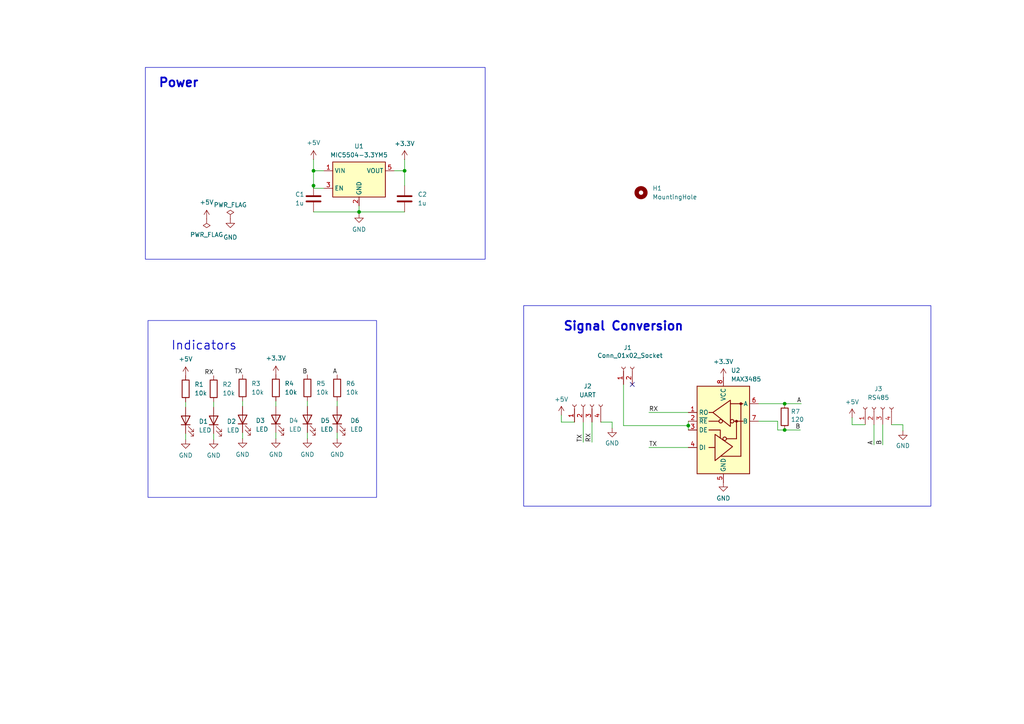
<source format=kicad_sch>
(kicad_sch
	(version 20231120)
	(generator "eeschema")
	(generator_version "8.0")
	(uuid "9bac4695-0bb8-42a3-8f69-7ad20dbe9ed8")
	(paper "A4")
	(lib_symbols
		(symbol "Connector:Conn_01x02_Socket"
			(pin_names
				(offset 1.016) hide)
			(exclude_from_sim no)
			(in_bom yes)
			(on_board yes)
			(property "Reference" "J"
				(at 0 2.54 0)
				(effects
					(font
						(size 1.27 1.27)
					)
				)
			)
			(property "Value" "Conn_01x02_Socket"
				(at 0 -5.08 0)
				(effects
					(font
						(size 1.27 1.27)
					)
				)
			)
			(property "Footprint" ""
				(at 0 0 0)
				(effects
					(font
						(size 1.27 1.27)
					)
					(hide yes)
				)
			)
			(property "Datasheet" "~"
				(at 0 0 0)
				(effects
					(font
						(size 1.27 1.27)
					)
					(hide yes)
				)
			)
			(property "Description" "Generic connector, single row, 01x02, script generated"
				(at 0 0 0)
				(effects
					(font
						(size 1.27 1.27)
					)
					(hide yes)
				)
			)
			(property "ki_locked" ""
				(at 0 0 0)
				(effects
					(font
						(size 1.27 1.27)
					)
				)
			)
			(property "ki_keywords" "connector"
				(at 0 0 0)
				(effects
					(font
						(size 1.27 1.27)
					)
					(hide yes)
				)
			)
			(property "ki_fp_filters" "Connector*:*_1x??_*"
				(at 0 0 0)
				(effects
					(font
						(size 1.27 1.27)
					)
					(hide yes)
				)
			)
			(symbol "Conn_01x02_Socket_1_1"
				(arc
					(start 0 -2.032)
					(mid -0.5058 -2.54)
					(end 0 -3.048)
					(stroke
						(width 0.1524)
						(type default)
					)
					(fill
						(type none)
					)
				)
				(polyline
					(pts
						(xy -1.27 -2.54) (xy -0.508 -2.54)
					)
					(stroke
						(width 0.1524)
						(type default)
					)
					(fill
						(type none)
					)
				)
				(polyline
					(pts
						(xy -1.27 0) (xy -0.508 0)
					)
					(stroke
						(width 0.1524)
						(type default)
					)
					(fill
						(type none)
					)
				)
				(arc
					(start 0 0.508)
					(mid -0.5058 0)
					(end 0 -0.508)
					(stroke
						(width 0.1524)
						(type default)
					)
					(fill
						(type none)
					)
				)
				(pin passive line
					(at -5.08 0 0)
					(length 3.81)
					(name "Pin_1"
						(effects
							(font
								(size 1.27 1.27)
							)
						)
					)
					(number "1"
						(effects
							(font
								(size 1.27 1.27)
							)
						)
					)
				)
				(pin passive line
					(at -5.08 -2.54 0)
					(length 3.81)
					(name "Pin_2"
						(effects
							(font
								(size 1.27 1.27)
							)
						)
					)
					(number "2"
						(effects
							(font
								(size 1.27 1.27)
							)
						)
					)
				)
			)
		)
		(symbol "Connector:Conn_01x04_Socket"
			(pin_names
				(offset 1.016) hide)
			(exclude_from_sim no)
			(in_bom yes)
			(on_board yes)
			(property "Reference" "J"
				(at 0 5.08 0)
				(effects
					(font
						(size 1.27 1.27)
					)
				)
			)
			(property "Value" "Conn_01x04_Socket"
				(at 0 -7.62 0)
				(effects
					(font
						(size 1.27 1.27)
					)
				)
			)
			(property "Footprint" ""
				(at 0 0 0)
				(effects
					(font
						(size 1.27 1.27)
					)
					(hide yes)
				)
			)
			(property "Datasheet" "~"
				(at 0 0 0)
				(effects
					(font
						(size 1.27 1.27)
					)
					(hide yes)
				)
			)
			(property "Description" "Generic connector, single row, 01x04, script generated"
				(at 0 0 0)
				(effects
					(font
						(size 1.27 1.27)
					)
					(hide yes)
				)
			)
			(property "ki_locked" ""
				(at 0 0 0)
				(effects
					(font
						(size 1.27 1.27)
					)
				)
			)
			(property "ki_keywords" "connector"
				(at 0 0 0)
				(effects
					(font
						(size 1.27 1.27)
					)
					(hide yes)
				)
			)
			(property "ki_fp_filters" "Connector*:*_1x??_*"
				(at 0 0 0)
				(effects
					(font
						(size 1.27 1.27)
					)
					(hide yes)
				)
			)
			(symbol "Conn_01x04_Socket_1_1"
				(arc
					(start 0 -4.572)
					(mid -0.5058 -5.08)
					(end 0 -5.588)
					(stroke
						(width 0.1524)
						(type default)
					)
					(fill
						(type none)
					)
				)
				(arc
					(start 0 -2.032)
					(mid -0.5058 -2.54)
					(end 0 -3.048)
					(stroke
						(width 0.1524)
						(type default)
					)
					(fill
						(type none)
					)
				)
				(polyline
					(pts
						(xy -1.27 -5.08) (xy -0.508 -5.08)
					)
					(stroke
						(width 0.1524)
						(type default)
					)
					(fill
						(type none)
					)
				)
				(polyline
					(pts
						(xy -1.27 -2.54) (xy -0.508 -2.54)
					)
					(stroke
						(width 0.1524)
						(type default)
					)
					(fill
						(type none)
					)
				)
				(polyline
					(pts
						(xy -1.27 0) (xy -0.508 0)
					)
					(stroke
						(width 0.1524)
						(type default)
					)
					(fill
						(type none)
					)
				)
				(polyline
					(pts
						(xy -1.27 2.54) (xy -0.508 2.54)
					)
					(stroke
						(width 0.1524)
						(type default)
					)
					(fill
						(type none)
					)
				)
				(arc
					(start 0 0.508)
					(mid -0.5058 0)
					(end 0 -0.508)
					(stroke
						(width 0.1524)
						(type default)
					)
					(fill
						(type none)
					)
				)
				(arc
					(start 0 3.048)
					(mid -0.5058 2.54)
					(end 0 2.032)
					(stroke
						(width 0.1524)
						(type default)
					)
					(fill
						(type none)
					)
				)
				(pin passive line
					(at -5.08 2.54 0)
					(length 3.81)
					(name "Pin_1"
						(effects
							(font
								(size 1.27 1.27)
							)
						)
					)
					(number "1"
						(effects
							(font
								(size 1.27 1.27)
							)
						)
					)
				)
				(pin passive line
					(at -5.08 0 0)
					(length 3.81)
					(name "Pin_2"
						(effects
							(font
								(size 1.27 1.27)
							)
						)
					)
					(number "2"
						(effects
							(font
								(size 1.27 1.27)
							)
						)
					)
				)
				(pin passive line
					(at -5.08 -2.54 0)
					(length 3.81)
					(name "Pin_3"
						(effects
							(font
								(size 1.27 1.27)
							)
						)
					)
					(number "3"
						(effects
							(font
								(size 1.27 1.27)
							)
						)
					)
				)
				(pin passive line
					(at -5.08 -5.08 0)
					(length 3.81)
					(name "Pin_4"
						(effects
							(font
								(size 1.27 1.27)
							)
						)
					)
					(number "4"
						(effects
							(font
								(size 1.27 1.27)
							)
						)
					)
				)
			)
		)
		(symbol "Device:C"
			(pin_numbers hide)
			(pin_names
				(offset 0.254)
			)
			(exclude_from_sim no)
			(in_bom yes)
			(on_board yes)
			(property "Reference" "C"
				(at 0.635 2.54 0)
				(effects
					(font
						(size 1.27 1.27)
					)
					(justify left)
				)
			)
			(property "Value" "C"
				(at 0.635 -2.54 0)
				(effects
					(font
						(size 1.27 1.27)
					)
					(justify left)
				)
			)
			(property "Footprint" ""
				(at 0.9652 -3.81 0)
				(effects
					(font
						(size 1.27 1.27)
					)
					(hide yes)
				)
			)
			(property "Datasheet" "~"
				(at 0 0 0)
				(effects
					(font
						(size 1.27 1.27)
					)
					(hide yes)
				)
			)
			(property "Description" "Unpolarized capacitor"
				(at 0 0 0)
				(effects
					(font
						(size 1.27 1.27)
					)
					(hide yes)
				)
			)
			(property "ki_keywords" "cap capacitor"
				(at 0 0 0)
				(effects
					(font
						(size 1.27 1.27)
					)
					(hide yes)
				)
			)
			(property "ki_fp_filters" "C_*"
				(at 0 0 0)
				(effects
					(font
						(size 1.27 1.27)
					)
					(hide yes)
				)
			)
			(symbol "C_0_1"
				(polyline
					(pts
						(xy -2.032 -0.762) (xy 2.032 -0.762)
					)
					(stroke
						(width 0.508)
						(type default)
					)
					(fill
						(type none)
					)
				)
				(polyline
					(pts
						(xy -2.032 0.762) (xy 2.032 0.762)
					)
					(stroke
						(width 0.508)
						(type default)
					)
					(fill
						(type none)
					)
				)
			)
			(symbol "C_1_1"
				(pin passive line
					(at 0 3.81 270)
					(length 2.794)
					(name "~"
						(effects
							(font
								(size 1.27 1.27)
							)
						)
					)
					(number "1"
						(effects
							(font
								(size 1.27 1.27)
							)
						)
					)
				)
				(pin passive line
					(at 0 -3.81 90)
					(length 2.794)
					(name "~"
						(effects
							(font
								(size 1.27 1.27)
							)
						)
					)
					(number "2"
						(effects
							(font
								(size 1.27 1.27)
							)
						)
					)
				)
			)
		)
		(symbol "Device:LED"
			(pin_numbers hide)
			(pin_names
				(offset 1.016) hide)
			(exclude_from_sim no)
			(in_bom yes)
			(on_board yes)
			(property "Reference" "D"
				(at 0 2.54 0)
				(effects
					(font
						(size 1.27 1.27)
					)
				)
			)
			(property "Value" "LED"
				(at 0 -2.54 0)
				(effects
					(font
						(size 1.27 1.27)
					)
				)
			)
			(property "Footprint" ""
				(at 0 0 0)
				(effects
					(font
						(size 1.27 1.27)
					)
					(hide yes)
				)
			)
			(property "Datasheet" "~"
				(at 0 0 0)
				(effects
					(font
						(size 1.27 1.27)
					)
					(hide yes)
				)
			)
			(property "Description" "Light emitting diode"
				(at 0 0 0)
				(effects
					(font
						(size 1.27 1.27)
					)
					(hide yes)
				)
			)
			(property "ki_keywords" "LED diode"
				(at 0 0 0)
				(effects
					(font
						(size 1.27 1.27)
					)
					(hide yes)
				)
			)
			(property "ki_fp_filters" "LED* LED_SMD:* LED_THT:*"
				(at 0 0 0)
				(effects
					(font
						(size 1.27 1.27)
					)
					(hide yes)
				)
			)
			(symbol "LED_0_1"
				(polyline
					(pts
						(xy -1.27 -1.27) (xy -1.27 1.27)
					)
					(stroke
						(width 0.254)
						(type default)
					)
					(fill
						(type none)
					)
				)
				(polyline
					(pts
						(xy -1.27 0) (xy 1.27 0)
					)
					(stroke
						(width 0)
						(type default)
					)
					(fill
						(type none)
					)
				)
				(polyline
					(pts
						(xy 1.27 -1.27) (xy 1.27 1.27) (xy -1.27 0) (xy 1.27 -1.27)
					)
					(stroke
						(width 0.254)
						(type default)
					)
					(fill
						(type none)
					)
				)
				(polyline
					(pts
						(xy -3.048 -0.762) (xy -4.572 -2.286) (xy -3.81 -2.286) (xy -4.572 -2.286) (xy -4.572 -1.524)
					)
					(stroke
						(width 0)
						(type default)
					)
					(fill
						(type none)
					)
				)
				(polyline
					(pts
						(xy -1.778 -0.762) (xy -3.302 -2.286) (xy -2.54 -2.286) (xy -3.302 -2.286) (xy -3.302 -1.524)
					)
					(stroke
						(width 0)
						(type default)
					)
					(fill
						(type none)
					)
				)
			)
			(symbol "LED_1_1"
				(pin passive line
					(at -3.81 0 0)
					(length 2.54)
					(name "K"
						(effects
							(font
								(size 1.27 1.27)
							)
						)
					)
					(number "1"
						(effects
							(font
								(size 1.27 1.27)
							)
						)
					)
				)
				(pin passive line
					(at 3.81 0 180)
					(length 2.54)
					(name "A"
						(effects
							(font
								(size 1.27 1.27)
							)
						)
					)
					(number "2"
						(effects
							(font
								(size 1.27 1.27)
							)
						)
					)
				)
			)
		)
		(symbol "Device:R"
			(pin_numbers hide)
			(pin_names
				(offset 0)
			)
			(exclude_from_sim no)
			(in_bom yes)
			(on_board yes)
			(property "Reference" "R"
				(at 2.032 0 90)
				(effects
					(font
						(size 1.27 1.27)
					)
				)
			)
			(property "Value" "R"
				(at 0 0 90)
				(effects
					(font
						(size 1.27 1.27)
					)
				)
			)
			(property "Footprint" ""
				(at -1.778 0 90)
				(effects
					(font
						(size 1.27 1.27)
					)
					(hide yes)
				)
			)
			(property "Datasheet" "~"
				(at 0 0 0)
				(effects
					(font
						(size 1.27 1.27)
					)
					(hide yes)
				)
			)
			(property "Description" "Resistor"
				(at 0 0 0)
				(effects
					(font
						(size 1.27 1.27)
					)
					(hide yes)
				)
			)
			(property "ki_keywords" "R res resistor"
				(at 0 0 0)
				(effects
					(font
						(size 1.27 1.27)
					)
					(hide yes)
				)
			)
			(property "ki_fp_filters" "R_*"
				(at 0 0 0)
				(effects
					(font
						(size 1.27 1.27)
					)
					(hide yes)
				)
			)
			(symbol "R_0_1"
				(rectangle
					(start -1.016 -2.54)
					(end 1.016 2.54)
					(stroke
						(width 0.254)
						(type default)
					)
					(fill
						(type none)
					)
				)
			)
			(symbol "R_1_1"
				(pin passive line
					(at 0 3.81 270)
					(length 1.27)
					(name "~"
						(effects
							(font
								(size 1.27 1.27)
							)
						)
					)
					(number "1"
						(effects
							(font
								(size 1.27 1.27)
							)
						)
					)
				)
				(pin passive line
					(at 0 -3.81 90)
					(length 1.27)
					(name "~"
						(effects
							(font
								(size 1.27 1.27)
							)
						)
					)
					(number "2"
						(effects
							(font
								(size 1.27 1.27)
							)
						)
					)
				)
			)
		)
		(symbol "Interface_UART:MAX3485"
			(exclude_from_sim no)
			(in_bom yes)
			(on_board yes)
			(property "Reference" "U"
				(at -6.985 13.97 0)
				(effects
					(font
						(size 1.27 1.27)
					)
				)
			)
			(property "Value" "MAX3485"
				(at 1.905 13.97 0)
				(effects
					(font
						(size 1.27 1.27)
					)
					(justify left)
				)
			)
			(property "Footprint" "Package_SO:SOIC-8_3.9x4.9mm_P1.27mm"
				(at 0 -22.86 0)
				(effects
					(font
						(size 1.27 1.27)
					)
					(hide yes)
				)
			)
			(property "Datasheet" "https://datasheets.maximintegrated.com/en/ds/MAX3483-MAX3491.pdf"
				(at 0 1.27 0)
				(effects
					(font
						(size 1.27 1.27)
					)
					(hide yes)
				)
			)
			(property "Description" "True RS-485/RS-422, 10Mbps, Slew-Rate Limited, with low-power shutdown, with receiver/driver enable, 32 receiver drive capacitity, DIP-8 and SOIC-8"
				(at 0 0 0)
				(effects
					(font
						(size 1.27 1.27)
					)
					(hide yes)
				)
			)
			(property "ki_keywords" "RS-485 RS-422 UART line-driver transceiver"
				(at 0 0 0)
				(effects
					(font
						(size 1.27 1.27)
					)
					(hide yes)
				)
			)
			(property "ki_fp_filters" "DIP*W7.62mm* SOIC*3.9x4.9mm*P1.27mm*"
				(at 0 0 0)
				(effects
					(font
						(size 1.27 1.27)
					)
					(hide yes)
				)
			)
			(symbol "MAX3485_0_1"
				(rectangle
					(start -7.62 12.7)
					(end 7.62 -12.7)
					(stroke
						(width 0.254)
						(type default)
					)
					(fill
						(type background)
					)
				)
				(polyline
					(pts
						(xy -4.191 2.54) (xy -1.27 2.54)
					)
					(stroke
						(width 0.254)
						(type default)
					)
					(fill
						(type none)
					)
				)
				(polyline
					(pts
						(xy -2.54 -5.08) (xy -4.191 -5.08)
					)
					(stroke
						(width 0.254)
						(type default)
					)
					(fill
						(type none)
					)
				)
				(polyline
					(pts
						(xy -0.635 -7.62) (xy 5.08 -7.62)
					)
					(stroke
						(width 0.254)
						(type default)
					)
					(fill
						(type none)
					)
				)
				(polyline
					(pts
						(xy 0.889 -2.54) (xy 3.81 -2.54)
					)
					(stroke
						(width 0.254)
						(type default)
					)
					(fill
						(type none)
					)
				)
				(polyline
					(pts
						(xy 2.032 7.62) (xy 5.715 7.62)
					)
					(stroke
						(width 0.254)
						(type default)
					)
					(fill
						(type none)
					)
				)
				(polyline
					(pts
						(xy 3.048 2.54) (xy 5.715 2.54)
					)
					(stroke
						(width 0.254)
						(type default)
					)
					(fill
						(type none)
					)
				)
				(polyline
					(pts
						(xy 3.81 -2.54) (xy 3.81 2.54)
					)
					(stroke
						(width 0.254)
						(type default)
					)
					(fill
						(type none)
					)
				)
				(polyline
					(pts
						(xy 5.08 -7.62) (xy 5.08 7.62)
					)
					(stroke
						(width 0.254)
						(type default)
					)
					(fill
						(type none)
					)
				)
				(polyline
					(pts
						(xy -4.191 0) (xy -0.889 0) (xy -0.889 -2.286)
					)
					(stroke
						(width 0.254)
						(type default)
					)
					(fill
						(type none)
					)
				)
				(polyline
					(pts
						(xy -3.175 5.08) (xy -4.191 5.08) (xy -4.064 5.08)
					)
					(stroke
						(width 0.254)
						(type default)
					)
					(fill
						(type none)
					)
				)
				(polyline
					(pts
						(xy -2.413 -5.08) (xy -2.413 -1.27) (xy 2.667 -4.826) (xy -2.413 -8.89) (xy -2.413 -5.08)
					)
					(stroke
						(width 0.254)
						(type default)
					)
					(fill
						(type none)
					)
				)
				(circle
					(center 0.381 -2.54)
					(radius 0.508)
					(stroke
						(width 0.254)
						(type default)
					)
					(fill
						(type none)
					)
				)
				(circle
					(center 3.81 2.54)
					(radius 0.2794)
					(stroke
						(width 0.254)
						(type default)
					)
					(fill
						(type outline)
					)
				)
			)
			(symbol "MAX3485_1_1"
				(circle
					(center -0.762 2.54)
					(radius 0.508)
					(stroke
						(width 0.254)
						(type default)
					)
					(fill
						(type none)
					)
				)
				(polyline
					(pts
						(xy 2.032 4.826) (xy 2.032 8.636) (xy -3.048 5.08) (xy 2.032 1.016) (xy 2.032 4.826)
					)
					(stroke
						(width 0.254)
						(type default)
					)
					(fill
						(type none)
					)
				)
				(circle
					(center 2.54 2.54)
					(radius 0.508)
					(stroke
						(width 0.254)
						(type default)
					)
					(fill
						(type none)
					)
				)
				(circle
					(center 5.08 7.62)
					(radius 0.2794)
					(stroke
						(width 0.254)
						(type default)
					)
					(fill
						(type outline)
					)
				)
				(pin output line
					(at -10.16 5.08 0)
					(length 2.54)
					(name "RO"
						(effects
							(font
								(size 1.27 1.27)
							)
						)
					)
					(number "1"
						(effects
							(font
								(size 1.27 1.27)
							)
						)
					)
				)
				(pin input line
					(at -10.16 2.54 0)
					(length 2.54)
					(name "~{RE}"
						(effects
							(font
								(size 1.27 1.27)
							)
						)
					)
					(number "2"
						(effects
							(font
								(size 1.27 1.27)
							)
						)
					)
				)
				(pin input line
					(at -10.16 0 0)
					(length 2.54)
					(name "DE"
						(effects
							(font
								(size 1.27 1.27)
							)
						)
					)
					(number "3"
						(effects
							(font
								(size 1.27 1.27)
							)
						)
					)
				)
				(pin input line
					(at -10.16 -5.08 0)
					(length 2.54)
					(name "DI"
						(effects
							(font
								(size 1.27 1.27)
							)
						)
					)
					(number "4"
						(effects
							(font
								(size 1.27 1.27)
							)
						)
					)
				)
				(pin power_in line
					(at 0 -15.24 90)
					(length 2.54)
					(name "GND"
						(effects
							(font
								(size 1.27 1.27)
							)
						)
					)
					(number "5"
						(effects
							(font
								(size 1.27 1.27)
							)
						)
					)
				)
				(pin bidirectional line
					(at 10.16 7.62 180)
					(length 2.54)
					(name "A"
						(effects
							(font
								(size 1.27 1.27)
							)
						)
					)
					(number "6"
						(effects
							(font
								(size 1.27 1.27)
							)
						)
					)
				)
				(pin bidirectional line
					(at 10.16 2.54 180)
					(length 2.54)
					(name "B"
						(effects
							(font
								(size 1.27 1.27)
							)
						)
					)
					(number "7"
						(effects
							(font
								(size 1.27 1.27)
							)
						)
					)
				)
				(pin power_in line
					(at 0 15.24 270)
					(length 2.54)
					(name "VCC"
						(effects
							(font
								(size 1.27 1.27)
							)
						)
					)
					(number "8"
						(effects
							(font
								(size 1.27 1.27)
							)
						)
					)
				)
			)
		)
		(symbol "Mechanical:MountingHole"
			(pin_names
				(offset 1.016)
			)
			(exclude_from_sim yes)
			(in_bom no)
			(on_board yes)
			(property "Reference" "H"
				(at 0 5.08 0)
				(effects
					(font
						(size 1.27 1.27)
					)
				)
			)
			(property "Value" "MountingHole"
				(at 0 3.175 0)
				(effects
					(font
						(size 1.27 1.27)
					)
				)
			)
			(property "Footprint" ""
				(at 0 0 0)
				(effects
					(font
						(size 1.27 1.27)
					)
					(hide yes)
				)
			)
			(property "Datasheet" "~"
				(at 0 0 0)
				(effects
					(font
						(size 1.27 1.27)
					)
					(hide yes)
				)
			)
			(property "Description" "Mounting Hole without connection"
				(at 0 0 0)
				(effects
					(font
						(size 1.27 1.27)
					)
					(hide yes)
				)
			)
			(property "ki_keywords" "mounting hole"
				(at 0 0 0)
				(effects
					(font
						(size 1.27 1.27)
					)
					(hide yes)
				)
			)
			(property "ki_fp_filters" "MountingHole*"
				(at 0 0 0)
				(effects
					(font
						(size 1.27 1.27)
					)
					(hide yes)
				)
			)
			(symbol "MountingHole_0_1"
				(circle
					(center 0 0)
					(radius 1.27)
					(stroke
						(width 1.27)
						(type default)
					)
					(fill
						(type none)
					)
				)
			)
		)
		(symbol "Regulator_Linear:MIC5504-3.3YM5"
			(exclude_from_sim no)
			(in_bom yes)
			(on_board yes)
			(property "Reference" "U"
				(at -7.62 8.89 0)
				(effects
					(font
						(size 1.27 1.27)
					)
					(justify left)
				)
			)
			(property "Value" "MIC5504-3.3YM5"
				(at -7.62 6.35 0)
				(effects
					(font
						(size 1.27 1.27)
					)
					(justify left)
				)
			)
			(property "Footprint" "Package_TO_SOT_SMD:SOT-23-5"
				(at 0 -10.16 0)
				(effects
					(font
						(size 1.27 1.27)
					)
					(hide yes)
				)
			)
			(property "Datasheet" "http://ww1.microchip.com/downloads/en/DeviceDoc/MIC550X.pdf"
				(at -6.35 6.35 0)
				(effects
					(font
						(size 1.27 1.27)
					)
					(hide yes)
				)
			)
			(property "Description" "300mA Low-dropout Voltage Regulator, Vout 3.3V, Vin up to 5.5V, SOT-23"
				(at 0 0 0)
				(effects
					(font
						(size 1.27 1.27)
					)
					(hide yes)
				)
			)
			(property "ki_keywords" "Micrel LDO voltage regulator"
				(at 0 0 0)
				(effects
					(font
						(size 1.27 1.27)
					)
					(hide yes)
				)
			)
			(property "ki_fp_filters" "SOT?23?5*"
				(at 0 0 0)
				(effects
					(font
						(size 1.27 1.27)
					)
					(hide yes)
				)
			)
			(symbol "MIC5504-3.3YM5_0_1"
				(rectangle
					(start -7.62 -5.08)
					(end 7.62 5.08)
					(stroke
						(width 0.254)
						(type default)
					)
					(fill
						(type background)
					)
				)
			)
			(symbol "MIC5504-3.3YM5_1_1"
				(pin power_in line
					(at -10.16 2.54 0)
					(length 2.54)
					(name "VIN"
						(effects
							(font
								(size 1.27 1.27)
							)
						)
					)
					(number "1"
						(effects
							(font
								(size 1.27 1.27)
							)
						)
					)
				)
				(pin power_in line
					(at 0 -7.62 90)
					(length 2.54)
					(name "GND"
						(effects
							(font
								(size 1.27 1.27)
							)
						)
					)
					(number "2"
						(effects
							(font
								(size 1.27 1.27)
							)
						)
					)
				)
				(pin input line
					(at -10.16 -2.54 0)
					(length 2.54)
					(name "EN"
						(effects
							(font
								(size 1.27 1.27)
							)
						)
					)
					(number "3"
						(effects
							(font
								(size 1.27 1.27)
							)
						)
					)
				)
				(pin no_connect line
					(at 7.62 -2.54 180)
					(length 2.54) hide
					(name "NC"
						(effects
							(font
								(size 1.27 1.27)
							)
						)
					)
					(number "4"
						(effects
							(font
								(size 1.27 1.27)
							)
						)
					)
				)
				(pin power_out line
					(at 10.16 2.54 180)
					(length 2.54)
					(name "VOUT"
						(effects
							(font
								(size 1.27 1.27)
							)
						)
					)
					(number "5"
						(effects
							(font
								(size 1.27 1.27)
							)
						)
					)
				)
			)
		)
		(symbol "power:+3.3V"
			(power)
			(pin_numbers hide)
			(pin_names
				(offset 0) hide)
			(exclude_from_sim no)
			(in_bom yes)
			(on_board yes)
			(property "Reference" "#PWR"
				(at 0 -3.81 0)
				(effects
					(font
						(size 1.27 1.27)
					)
					(hide yes)
				)
			)
			(property "Value" "+3.3V"
				(at 0 3.556 0)
				(effects
					(font
						(size 1.27 1.27)
					)
				)
			)
			(property "Footprint" ""
				(at 0 0 0)
				(effects
					(font
						(size 1.27 1.27)
					)
					(hide yes)
				)
			)
			(property "Datasheet" ""
				(at 0 0 0)
				(effects
					(font
						(size 1.27 1.27)
					)
					(hide yes)
				)
			)
			(property "Description" "Power symbol creates a global label with name \"+3.3V\""
				(at 0 0 0)
				(effects
					(font
						(size 1.27 1.27)
					)
					(hide yes)
				)
			)
			(property "ki_keywords" "global power"
				(at 0 0 0)
				(effects
					(font
						(size 1.27 1.27)
					)
					(hide yes)
				)
			)
			(symbol "+3.3V_0_1"
				(polyline
					(pts
						(xy -0.762 1.27) (xy 0 2.54)
					)
					(stroke
						(width 0)
						(type default)
					)
					(fill
						(type none)
					)
				)
				(polyline
					(pts
						(xy 0 0) (xy 0 2.54)
					)
					(stroke
						(width 0)
						(type default)
					)
					(fill
						(type none)
					)
				)
				(polyline
					(pts
						(xy 0 2.54) (xy 0.762 1.27)
					)
					(stroke
						(width 0)
						(type default)
					)
					(fill
						(type none)
					)
				)
			)
			(symbol "+3.3V_1_1"
				(pin power_in line
					(at 0 0 90)
					(length 0)
					(name "~"
						(effects
							(font
								(size 1.27 1.27)
							)
						)
					)
					(number "1"
						(effects
							(font
								(size 1.27 1.27)
							)
						)
					)
				)
			)
		)
		(symbol "power:+5V"
			(power)
			(pin_numbers hide)
			(pin_names
				(offset 0) hide)
			(exclude_from_sim no)
			(in_bom yes)
			(on_board yes)
			(property "Reference" "#PWR"
				(at 0 -3.81 0)
				(effects
					(font
						(size 1.27 1.27)
					)
					(hide yes)
				)
			)
			(property "Value" "+5V"
				(at 0 3.556 0)
				(effects
					(font
						(size 1.27 1.27)
					)
				)
			)
			(property "Footprint" ""
				(at 0 0 0)
				(effects
					(font
						(size 1.27 1.27)
					)
					(hide yes)
				)
			)
			(property "Datasheet" ""
				(at 0 0 0)
				(effects
					(font
						(size 1.27 1.27)
					)
					(hide yes)
				)
			)
			(property "Description" "Power symbol creates a global label with name \"+5V\""
				(at 0 0 0)
				(effects
					(font
						(size 1.27 1.27)
					)
					(hide yes)
				)
			)
			(property "ki_keywords" "global power"
				(at 0 0 0)
				(effects
					(font
						(size 1.27 1.27)
					)
					(hide yes)
				)
			)
			(symbol "+5V_0_1"
				(polyline
					(pts
						(xy -0.762 1.27) (xy 0 2.54)
					)
					(stroke
						(width 0)
						(type default)
					)
					(fill
						(type none)
					)
				)
				(polyline
					(pts
						(xy 0 0) (xy 0 2.54)
					)
					(stroke
						(width 0)
						(type default)
					)
					(fill
						(type none)
					)
				)
				(polyline
					(pts
						(xy 0 2.54) (xy 0.762 1.27)
					)
					(stroke
						(width 0)
						(type default)
					)
					(fill
						(type none)
					)
				)
			)
			(symbol "+5V_1_1"
				(pin power_in line
					(at 0 0 90)
					(length 0)
					(name "~"
						(effects
							(font
								(size 1.27 1.27)
							)
						)
					)
					(number "1"
						(effects
							(font
								(size 1.27 1.27)
							)
						)
					)
				)
			)
		)
		(symbol "power:GND"
			(power)
			(pin_numbers hide)
			(pin_names
				(offset 0) hide)
			(exclude_from_sim no)
			(in_bom yes)
			(on_board yes)
			(property "Reference" "#PWR"
				(at 0 -6.35 0)
				(effects
					(font
						(size 1.27 1.27)
					)
					(hide yes)
				)
			)
			(property "Value" "GND"
				(at 0 -3.81 0)
				(effects
					(font
						(size 1.27 1.27)
					)
				)
			)
			(property "Footprint" ""
				(at 0 0 0)
				(effects
					(font
						(size 1.27 1.27)
					)
					(hide yes)
				)
			)
			(property "Datasheet" ""
				(at 0 0 0)
				(effects
					(font
						(size 1.27 1.27)
					)
					(hide yes)
				)
			)
			(property "Description" "Power symbol creates a global label with name \"GND\" , ground"
				(at 0 0 0)
				(effects
					(font
						(size 1.27 1.27)
					)
					(hide yes)
				)
			)
			(property "ki_keywords" "global power"
				(at 0 0 0)
				(effects
					(font
						(size 1.27 1.27)
					)
					(hide yes)
				)
			)
			(symbol "GND_0_1"
				(polyline
					(pts
						(xy 0 0) (xy 0 -1.27) (xy 1.27 -1.27) (xy 0 -2.54) (xy -1.27 -1.27) (xy 0 -1.27)
					)
					(stroke
						(width 0)
						(type default)
					)
					(fill
						(type none)
					)
				)
			)
			(symbol "GND_1_1"
				(pin power_in line
					(at 0 0 270)
					(length 0)
					(name "~"
						(effects
							(font
								(size 1.27 1.27)
							)
						)
					)
					(number "1"
						(effects
							(font
								(size 1.27 1.27)
							)
						)
					)
				)
			)
		)
		(symbol "power:PWR_FLAG"
			(power)
			(pin_numbers hide)
			(pin_names
				(offset 0) hide)
			(exclude_from_sim no)
			(in_bom yes)
			(on_board yes)
			(property "Reference" "#FLG"
				(at 0 1.905 0)
				(effects
					(font
						(size 1.27 1.27)
					)
					(hide yes)
				)
			)
			(property "Value" "PWR_FLAG"
				(at 0 3.81 0)
				(effects
					(font
						(size 1.27 1.27)
					)
				)
			)
			(property "Footprint" ""
				(at 0 0 0)
				(effects
					(font
						(size 1.27 1.27)
					)
					(hide yes)
				)
			)
			(property "Datasheet" "~"
				(at 0 0 0)
				(effects
					(font
						(size 1.27 1.27)
					)
					(hide yes)
				)
			)
			(property "Description" "Special symbol for telling ERC where power comes from"
				(at 0 0 0)
				(effects
					(font
						(size 1.27 1.27)
					)
					(hide yes)
				)
			)
			(property "ki_keywords" "flag power"
				(at 0 0 0)
				(effects
					(font
						(size 1.27 1.27)
					)
					(hide yes)
				)
			)
			(symbol "PWR_FLAG_0_0"
				(pin power_out line
					(at 0 0 90)
					(length 0)
					(name "~"
						(effects
							(font
								(size 1.27 1.27)
							)
						)
					)
					(number "1"
						(effects
							(font
								(size 1.27 1.27)
							)
						)
					)
				)
			)
			(symbol "PWR_FLAG_0_1"
				(polyline
					(pts
						(xy 0 0) (xy 0 1.27) (xy -1.016 1.905) (xy 0 2.54) (xy 1.016 1.905) (xy 0 1.27)
					)
					(stroke
						(width 0)
						(type default)
					)
					(fill
						(type none)
					)
				)
			)
		)
	)
	(junction
		(at 90.932 49.53)
		(diameter 0)
		(color 0 0 0 0)
		(uuid "073d7d6b-2ef5-461d-b568-dfcdbed8dff0")
	)
	(junction
		(at 227.584 117.094)
		(diameter 0)
		(color 0 0 0 0)
		(uuid "21724341-a0c5-47d6-8b65-0e90e6800c54")
	)
	(junction
		(at 117.348 49.53)
		(diameter 0)
		(color 0 0 0 0)
		(uuid "31382918-9659-46d6-b1cc-eb0effbb8b1e")
	)
	(junction
		(at 199.644 123.444)
		(diameter 0)
		(color 0 0 0 0)
		(uuid "5b2febc7-5aa6-4bdf-9d42-8c6a91f4971c")
	)
	(junction
		(at 227.584 124.714)
		(diameter 0)
		(color 0 0 0 0)
		(uuid "a0e02438-4bc4-4218-852c-d8487922f097")
	)
	(junction
		(at 104.14 61.468)
		(diameter 0)
		(color 0 0 0 0)
		(uuid "af51434d-2796-485b-9f30-0764d6131d4d")
	)
	(junction
		(at 90.932 53.848)
		(diameter 0)
		(color 0 0 0 0)
		(uuid "c1261e65-54c8-4339-a888-a952abff0190")
	)
	(no_connect
		(at 183.388 111.506)
		(uuid "4266052a-0300-40e7-9404-eeac144530d0")
	)
	(wire
		(pts
			(xy 80.01 116.332) (xy 80.01 117.856)
		)
		(stroke
			(width 0)
			(type default)
		)
		(uuid "003e8207-a4d9-48d0-8809-24cf274e280a")
	)
	(wire
		(pts
			(xy 90.932 61.468) (xy 104.14 61.468)
		)
		(stroke
			(width 0)
			(type default)
		)
		(uuid "00ed244e-7066-4532-84fd-72ae8ba66734")
	)
	(wire
		(pts
			(xy 70.358 125.476) (xy 70.358 127.254)
		)
		(stroke
			(width 0)
			(type default)
		)
		(uuid "16c6481a-3552-48c0-a866-a517701571b3")
	)
	(wire
		(pts
			(xy 162.814 122.428) (xy 166.624 122.428)
		)
		(stroke
			(width 0)
			(type default)
		)
		(uuid "1e70851a-c5a1-4cc7-a54f-73277cf44f8f")
	)
	(wire
		(pts
			(xy 70.358 116.332) (xy 70.358 117.856)
		)
		(stroke
			(width 0)
			(type default)
		)
		(uuid "1eb59f53-52d2-45ec-8ed5-f3bd7cd28e44")
	)
	(wire
		(pts
			(xy 188.214 129.794) (xy 199.644 129.794)
		)
		(stroke
			(width 0)
			(type default)
		)
		(uuid "220ec305-3cd7-4315-ab17-1b591bd884d4")
	)
	(wire
		(pts
			(xy 90.932 54.61) (xy 90.932 53.848)
		)
		(stroke
			(width 0)
			(type default)
		)
		(uuid "269d87e0-dd3a-4764-8131-750ef0e372a6")
	)
	(wire
		(pts
			(xy 256.032 123.19) (xy 256.032 129.032)
		)
		(stroke
			(width 0)
			(type default)
		)
		(uuid "26bfc12a-a13a-4065-9b64-9a43ab50d3d2")
	)
	(wire
		(pts
			(xy 188.214 119.634) (xy 199.644 119.634)
		)
		(stroke
			(width 0)
			(type default)
		)
		(uuid "2f7cb219-cd19-4c68-a2c5-d331af1fce17")
	)
	(wire
		(pts
			(xy 261.874 123.19) (xy 261.874 124.968)
		)
		(stroke
			(width 0)
			(type default)
		)
		(uuid "3cd53418-e1a2-4f7d-af83-1eac5e56c6bd")
	)
	(wire
		(pts
			(xy 174.244 122.428) (xy 177.546 122.428)
		)
		(stroke
			(width 0)
			(type default)
		)
		(uuid "4390c8af-c5c4-4650-b26a-77738c420c09")
	)
	(wire
		(pts
			(xy 97.79 116.332) (xy 97.79 117.856)
		)
		(stroke
			(width 0)
			(type default)
		)
		(uuid "476ef0e4-5e5b-4c79-99b7-7ec07cb92569")
	)
	(wire
		(pts
			(xy 199.644 123.444) (xy 199.644 124.714)
		)
		(stroke
			(width 0)
			(type default)
		)
		(uuid "48c38b17-4116-4e2a-82a7-86ccbde41d41")
	)
	(wire
		(pts
			(xy 199.644 122.174) (xy 199.644 123.444)
		)
		(stroke
			(width 0)
			(type default)
		)
		(uuid "48fead4a-9af0-4b4a-9f63-cf3ebe6b1aa4")
	)
	(wire
		(pts
			(xy 169.164 122.428) (xy 169.164 128.27)
		)
		(stroke
			(width 0)
			(type default)
		)
		(uuid "4c741d2f-3e05-4580-9510-2f4582cefb73")
	)
	(wire
		(pts
			(xy 225.552 122.174) (xy 219.964 122.174)
		)
		(stroke
			(width 0)
			(type default)
		)
		(uuid "5165b5fb-14e8-4afc-a808-c5691d1952e5")
	)
	(wire
		(pts
			(xy 114.3 49.53) (xy 117.348 49.53)
		)
		(stroke
			(width 0)
			(type default)
		)
		(uuid "53b9d50e-3d62-4abf-84a9-c069e3352623")
	)
	(wire
		(pts
			(xy 90.932 46.228) (xy 90.932 49.53)
		)
		(stroke
			(width 0)
			(type default)
		)
		(uuid "5708af9f-167b-4d28-85c2-697f6b6f9713")
	)
	(wire
		(pts
			(xy 93.98 54.61) (xy 90.932 54.61)
		)
		(stroke
			(width 0)
			(type default)
		)
		(uuid "5874a7c1-ee6f-4ebc-8119-8fb5efe11e59")
	)
	(wire
		(pts
			(xy 171.704 122.428) (xy 171.704 128.27)
		)
		(stroke
			(width 0)
			(type default)
		)
		(uuid "5d898c59-9309-4c81-b0f2-3f35f0953652")
	)
	(wire
		(pts
			(xy 227.584 124.714) (xy 232.156 124.714)
		)
		(stroke
			(width 0)
			(type default)
		)
		(uuid "623e2c72-4022-47c3-83de-cfe47efdd4ee")
	)
	(wire
		(pts
			(xy 104.14 61.468) (xy 117.348 61.468)
		)
		(stroke
			(width 0)
			(type default)
		)
		(uuid "624014a0-068a-4464-ad83-12f84e00978d")
	)
	(wire
		(pts
			(xy 180.848 111.506) (xy 180.848 123.444)
		)
		(stroke
			(width 0)
			(type default)
		)
		(uuid "63a93d36-3268-47b2-ba91-cd2eb41e6808")
	)
	(wire
		(pts
			(xy 97.79 125.476) (xy 97.79 127.254)
		)
		(stroke
			(width 0)
			(type default)
		)
		(uuid "63adea05-fd81-41b2-aecc-de3d2b39fe71")
	)
	(wire
		(pts
			(xy 225.552 122.174) (xy 225.552 124.714)
		)
		(stroke
			(width 0)
			(type default)
		)
		(uuid "7e6dbbe2-f209-45e6-9a99-72a8521c3aab")
	)
	(wire
		(pts
			(xy 61.976 116.586) (xy 61.976 118.11)
		)
		(stroke
			(width 0)
			(type default)
		)
		(uuid "7eb22429-515b-4818-943a-9b218181c64a")
	)
	(wire
		(pts
			(xy 89.154 116.332) (xy 89.154 117.856)
		)
		(stroke
			(width 0)
			(type default)
		)
		(uuid "863784eb-ab34-40f2-8442-1525ffd4f089")
	)
	(wire
		(pts
			(xy 253.492 123.19) (xy 253.492 129.032)
		)
		(stroke
			(width 0)
			(type default)
		)
		(uuid "8be18ad6-c02e-422c-8114-6627ff4682ea")
	)
	(wire
		(pts
			(xy 162.814 120.396) (xy 162.814 122.428)
		)
		(stroke
			(width 0)
			(type default)
		)
		(uuid "969b2ae2-b207-4e78-b024-ec55a83c3942")
	)
	(wire
		(pts
			(xy 227.584 117.094) (xy 232.41 117.094)
		)
		(stroke
			(width 0)
			(type default)
		)
		(uuid "988b0f44-55d2-4b8f-8629-bba5ddc20768")
	)
	(wire
		(pts
			(xy 90.932 49.53) (xy 93.98 49.53)
		)
		(stroke
			(width 0)
			(type default)
		)
		(uuid "a096a72b-e789-4397-9af7-0b2a7eb652d3")
	)
	(wire
		(pts
			(xy 104.14 59.69) (xy 104.14 61.468)
		)
		(stroke
			(width 0)
			(type default)
		)
		(uuid "a0fdf97d-2391-420d-b706-0e4ea660d442")
	)
	(wire
		(pts
			(xy 104.14 61.468) (xy 104.14 61.976)
		)
		(stroke
			(width 0)
			(type default)
		)
		(uuid "a62285e7-7f90-470c-ad57-869b98476fdf")
	)
	(wire
		(pts
			(xy 258.572 123.19) (xy 261.874 123.19)
		)
		(stroke
			(width 0)
			(type default)
		)
		(uuid "a73b6207-b263-4218-8ae6-383e40c72800")
	)
	(wire
		(pts
			(xy 80.01 125.476) (xy 80.01 127.254)
		)
		(stroke
			(width 0)
			(type default)
		)
		(uuid "aa7a4892-1aaa-4d02-8272-d281bbd11651")
	)
	(wire
		(pts
			(xy 219.964 117.094) (xy 227.584 117.094)
		)
		(stroke
			(width 0)
			(type default)
		)
		(uuid "b538315d-1c3b-4e8e-a13c-8c1df0f7a019")
	)
	(wire
		(pts
			(xy 225.552 124.714) (xy 227.584 124.714)
		)
		(stroke
			(width 0)
			(type default)
		)
		(uuid "be06ea8d-cb2d-4ab8-9711-32861af7270c")
	)
	(wire
		(pts
			(xy 177.546 122.428) (xy 177.546 124.206)
		)
		(stroke
			(width 0)
			(type default)
		)
		(uuid "c5a5c136-97b4-4f13-a43b-e86446754b3e")
	)
	(wire
		(pts
			(xy 53.848 125.73) (xy 53.848 127.508)
		)
		(stroke
			(width 0)
			(type default)
		)
		(uuid "d245f6be-138d-4d17-be03-e270540effba")
	)
	(wire
		(pts
			(xy 117.348 46.228) (xy 117.348 49.53)
		)
		(stroke
			(width 0)
			(type default)
		)
		(uuid "d964f42b-4d9e-44e5-90de-b7a48d98364a")
	)
	(wire
		(pts
			(xy 247.142 121.158) (xy 247.142 123.19)
		)
		(stroke
			(width 0)
			(type default)
		)
		(uuid "db58f348-7ff2-489a-843a-d94ff8d4d53a")
	)
	(wire
		(pts
			(xy 247.142 123.19) (xy 250.952 123.19)
		)
		(stroke
			(width 0)
			(type default)
		)
		(uuid "dd1dcb93-ffd1-43a8-8c7a-bedecea9ba3c")
	)
	(wire
		(pts
			(xy 61.976 125.73) (xy 61.976 127.508)
		)
		(stroke
			(width 0)
			(type default)
		)
		(uuid "ddcbb53d-ce89-447d-b3d7-536769437839")
	)
	(wire
		(pts
			(xy 89.154 125.476) (xy 89.154 127.254)
		)
		(stroke
			(width 0)
			(type default)
		)
		(uuid "e4b773d5-617f-4411-942b-2634f3c35602")
	)
	(wire
		(pts
			(xy 117.348 53.848) (xy 117.348 49.53)
		)
		(stroke
			(width 0)
			(type default)
		)
		(uuid "ec3b7812-a2d8-496f-8bad-f7393c277f04")
	)
	(wire
		(pts
			(xy 90.932 53.848) (xy 90.932 49.53)
		)
		(stroke
			(width 0)
			(type default)
		)
		(uuid "ec8ceef0-3359-488e-88cb-277905c76a10")
	)
	(wire
		(pts
			(xy 180.848 123.444) (xy 199.644 123.444)
		)
		(stroke
			(width 0)
			(type default)
		)
		(uuid "f396e0f1-2a67-458a-bdaf-4e1649280e8d")
	)
	(wire
		(pts
			(xy 53.848 116.586) (xy 53.848 118.11)
		)
		(stroke
			(width 0)
			(type default)
		)
		(uuid "f4f9bd2a-d53b-4e4f-b286-6f1106da074b")
	)
	(rectangle
		(start 151.892 88.646)
		(end 270.002 146.812)
		(stroke
			(width 0)
			(type default)
		)
		(fill
			(type none)
		)
		(uuid 0e61b37a-c6e6-4814-80fd-4b3c5c57cdef)
	)
	(rectangle
		(start 42.164 19.558)
		(end 140.716 75.184)
		(stroke
			(width 0)
			(type default)
		)
		(fill
			(type none)
		)
		(uuid 110731d6-f9cc-41d8-a240-fd555e39cccc)
	)
	(rectangle
		(start 42.926 92.964)
		(end 109.22 144.272)
		(stroke
			(width 0)
			(type default)
		)
		(fill
			(type none)
		)
		(uuid fb0822f7-cd70-4d6d-87c6-568666ddc93e)
	)
	(text "Signal Conversion"
		(exclude_from_sim no)
		(at 180.848 94.742 0)
		(effects
			(font
				(size 2.54 2.54)
				(thickness 0.508)
				(bold yes)
			)
		)
		(uuid "4fa9a215-84ae-4bc3-bd2e-f932da561587")
	)
	(text "Power"
		(exclude_from_sim no)
		(at 51.816 24.13 0)
		(effects
			(font
				(size 2.54 2.54)
				(thickness 0.508)
				(bold yes)
			)
		)
		(uuid "7d4fbed5-ca39-4a0c-9270-94ff734c81eb")
	)
	(text "Indicators"
		(exclude_from_sim no)
		(at 59.182 100.33 0)
		(effects
			(font
				(size 2.54 2.54)
				(thickness 0.254)
				(bold yes)
			)
		)
		(uuid "bfa7aaf8-f9d5-42b1-871f-d03844fe75c5")
	)
	(label "RX"
		(at 61.976 108.966 180)
		(fields_autoplaced yes)
		(effects
			(font
				(size 1.27 1.27)
			)
			(justify right bottom)
		)
		(uuid "0de161ba-5726-438f-bc01-f9a05e02ca00")
	)
	(label "A"
		(at 232.41 117.094 180)
		(fields_autoplaced yes)
		(effects
			(font
				(size 1.27 1.27)
			)
			(justify right bottom)
		)
		(uuid "12c9c664-87a3-4983-82d0-c54c1ababb29")
	)
	(label "B"
		(at 256.032 129.032 90)
		(fields_autoplaced yes)
		(effects
			(font
				(size 1.27 1.27)
			)
			(justify left bottom)
		)
		(uuid "17dccdba-a796-4634-8151-9da24b3b9f61")
	)
	(label "TX"
		(at 70.358 108.712 180)
		(fields_autoplaced yes)
		(effects
			(font
				(size 1.27 1.27)
			)
			(justify right bottom)
		)
		(uuid "3a66a7bb-78c2-4da8-ab53-9dad8158df40")
	)
	(label "TX"
		(at 169.164 128.27 90)
		(fields_autoplaced yes)
		(effects
			(font
				(size 1.27 1.27)
			)
			(justify left bottom)
		)
		(uuid "44ec7b85-99c4-49c1-bc08-02c556eaa28f")
	)
	(label "A"
		(at 97.79 108.712 180)
		(fields_autoplaced yes)
		(effects
			(font
				(size 1.27 1.27)
			)
			(justify right bottom)
		)
		(uuid "45fb150d-22fb-45df-ad82-d01a5b20beca")
	)
	(label "RX"
		(at 188.214 119.634 0)
		(fields_autoplaced yes)
		(effects
			(font
				(size 1.27 1.27)
			)
			(justify left bottom)
		)
		(uuid "4c65c977-ae50-44b7-b643-ce611ae85139")
	)
	(label "B"
		(at 232.156 124.714 180)
		(fields_autoplaced yes)
		(effects
			(font
				(size 1.27 1.27)
			)
			(justify right bottom)
		)
		(uuid "5096ba35-f9f7-456a-a572-9fb34ee11f13")
	)
	(label "RX"
		(at 171.704 128.27 90)
		(fields_autoplaced yes)
		(effects
			(font
				(size 1.27 1.27)
			)
			(justify left bottom)
		)
		(uuid "615946f2-5a5d-4b04-8b50-8b3e3702ce9e")
	)
	(label "B"
		(at 89.154 108.712 180)
		(fields_autoplaced yes)
		(effects
			(font
				(size 1.27 1.27)
			)
			(justify right bottom)
		)
		(uuid "8321c909-678e-4035-8c5c-409840f6a03d")
	)
	(label "TX"
		(at 188.214 129.794 0)
		(fields_autoplaced yes)
		(effects
			(font
				(size 1.27 1.27)
			)
			(justify left bottom)
		)
		(uuid "b0868991-2315-4001-8c93-60a2da854316")
	)
	(label "A"
		(at 253.492 129.032 90)
		(fields_autoplaced yes)
		(effects
			(font
				(size 1.27 1.27)
			)
			(justify left bottom)
		)
		(uuid "ce4c045b-a48c-49f0-bc43-3a195d12d06a")
	)
	(symbol
		(lib_id "Device:LED")
		(at 53.848 121.92 90)
		(unit 1)
		(exclude_from_sim no)
		(in_bom yes)
		(on_board yes)
		(dnp no)
		(fields_autoplaced yes)
		(uuid "02022b6b-d769-47df-a3c0-90111d5946bf")
		(property "Reference" "D1"
			(at 57.658 122.2374 90)
			(effects
				(font
					(size 1.27 1.27)
				)
				(justify right)
			)
		)
		(property "Value" "LED"
			(at 57.658 124.7774 90)
			(effects
				(font
					(size 1.27 1.27)
				)
				(justify right)
			)
		)
		(property "Footprint" "LED_SMD:LED_0603_1608Metric"
			(at 53.848 121.92 0)
			(effects
				(font
					(size 1.27 1.27)
				)
				(hide yes)
			)
		)
		(property "Datasheet" "~"
			(at 53.848 121.92 0)
			(effects
				(font
					(size 1.27 1.27)
				)
				(hide yes)
			)
		)
		(property "Description" "Light emitting diode"
			(at 53.848 121.92 0)
			(effects
				(font
					(size 1.27 1.27)
				)
				(hide yes)
			)
		)
		(pin "1"
			(uuid "2c90fd2c-d1d4-4c3f-a924-3c66b2276f9c")
		)
		(pin "2"
			(uuid "bdb76944-d99f-4ad4-8c66-670f053b0309")
		)
		(instances
			(project "UART-RS485 Read only"
				(path "/9bac4695-0bb8-42a3-8f69-7ad20dbe9ed8"
					(reference "D1")
					(unit 1)
				)
			)
		)
	)
	(symbol
		(lib_id "power:+5V")
		(at 59.944 63.5 0)
		(unit 1)
		(exclude_from_sim no)
		(in_bom yes)
		(on_board yes)
		(dnp no)
		(uuid "0bc5e865-3136-4dca-b4d6-fa77ced1a0e7")
		(property "Reference" "#PWR03"
			(at 59.944 67.31 0)
			(effects
				(font
					(size 1.27 1.27)
				)
				(hide yes)
			)
		)
		(property "Value" "+5V"
			(at 59.944 58.674 0)
			(effects
				(font
					(size 1.27 1.27)
				)
			)
		)
		(property "Footprint" ""
			(at 59.944 63.5 0)
			(effects
				(font
					(size 1.27 1.27)
				)
				(hide yes)
			)
		)
		(property "Datasheet" ""
			(at 59.944 63.5 0)
			(effects
				(font
					(size 1.27 1.27)
				)
				(hide yes)
			)
		)
		(property "Description" "Power symbol creates a global label with name \"+5V\""
			(at 59.944 63.5 0)
			(effects
				(font
					(size 1.27 1.27)
				)
				(hide yes)
			)
		)
		(pin "1"
			(uuid "29684c33-f30a-4140-8907-568dc3aadb0a")
		)
		(instances
			(project "UART-RS485 Read only"
				(path "/9bac4695-0bb8-42a3-8f69-7ad20dbe9ed8"
					(reference "#PWR03")
					(unit 1)
				)
			)
		)
	)
	(symbol
		(lib_id "Connector:Conn_01x04_Socket")
		(at 169.164 117.348 90)
		(unit 1)
		(exclude_from_sim no)
		(in_bom yes)
		(on_board yes)
		(dnp no)
		(fields_autoplaced yes)
		(uuid "0f6a2abb-eceb-450d-84dd-f99a06001509")
		(property "Reference" "J2"
			(at 170.434 112.014 90)
			(effects
				(font
					(size 1.27 1.27)
				)
			)
		)
		(property "Value" "UART"
			(at 170.434 114.554 90)
			(effects
				(font
					(size 1.27 1.27)
				)
			)
		)
		(property "Footprint" "Connector_JST:JST_XA_S04B-XASK-1_1x04_P2.50mm_Horizontal"
			(at 169.164 117.348 0)
			(effects
				(font
					(size 1.27 1.27)
				)
				(hide yes)
			)
		)
		(property "Datasheet" "~"
			(at 169.164 117.348 0)
			(effects
				(font
					(size 1.27 1.27)
				)
				(hide yes)
			)
		)
		(property "Description" "Generic connector, single row, 01x04, script generated"
			(at 169.164 117.348 0)
			(effects
				(font
					(size 1.27 1.27)
				)
				(hide yes)
			)
		)
		(pin "1"
			(uuid "79f8ce95-a5da-4e86-a2c6-17732ce5deb3")
		)
		(pin "2"
			(uuid "ecc34d59-3060-42f3-83ae-c9d0acfd1fdb")
		)
		(pin "3"
			(uuid "b02dcc52-bce0-4f56-9ffb-02298a584d51")
		)
		(pin "4"
			(uuid "818c4167-2946-4be4-b71b-a16349db54a9")
		)
		(instances
			(project "UART-RS485 Read only"
				(path "/9bac4695-0bb8-42a3-8f69-7ad20dbe9ed8"
					(reference "J2")
					(unit 1)
				)
			)
		)
	)
	(symbol
		(lib_id "Device:LED")
		(at 97.79 121.666 90)
		(unit 1)
		(exclude_from_sim no)
		(in_bom yes)
		(on_board yes)
		(dnp no)
		(fields_autoplaced yes)
		(uuid "15440a4d-f5cc-43c8-b907-c4aab4bd6c87")
		(property "Reference" "D6"
			(at 101.6 121.9834 90)
			(effects
				(font
					(size 1.27 1.27)
				)
				(justify right)
			)
		)
		(property "Value" "LED"
			(at 101.6 124.5234 90)
			(effects
				(font
					(size 1.27 1.27)
				)
				(justify right)
			)
		)
		(property "Footprint" "LED_SMD:LED_0603_1608Metric"
			(at 97.79 121.666 0)
			(effects
				(font
					(size 1.27 1.27)
				)
				(hide yes)
			)
		)
		(property "Datasheet" "~"
			(at 97.79 121.666 0)
			(effects
				(font
					(size 1.27 1.27)
				)
				(hide yes)
			)
		)
		(property "Description" "Light emitting diode"
			(at 97.79 121.666 0)
			(effects
				(font
					(size 1.27 1.27)
				)
				(hide yes)
			)
		)
		(pin "1"
			(uuid "8b65402c-3516-4405-a6f6-96f5c922ce8a")
		)
		(pin "2"
			(uuid "21d35a60-edb9-486c-87b8-3f1fc79422a0")
		)
		(instances
			(project "UART-RS485 Read only"
				(path "/9bac4695-0bb8-42a3-8f69-7ad20dbe9ed8"
					(reference "D6")
					(unit 1)
				)
			)
		)
	)
	(symbol
		(lib_id "Interface_UART:MAX3485")
		(at 209.804 124.714 0)
		(unit 1)
		(exclude_from_sim no)
		(in_bom yes)
		(on_board yes)
		(dnp no)
		(fields_autoplaced yes)
		(uuid "2a768b42-9144-4ab9-9786-f2a3ca82a6dd")
		(property "Reference" "U2"
			(at 211.9981 107.442 0)
			(effects
				(font
					(size 1.27 1.27)
				)
				(justify left)
			)
		)
		(property "Value" "MAX3485"
			(at 211.9981 109.982 0)
			(effects
				(font
					(size 1.27 1.27)
				)
				(justify left)
			)
		)
		(property "Footprint" "Package_SO:SOIC-8_3.9x4.9mm_P1.27mm"
			(at 209.804 147.574 0)
			(effects
				(font
					(size 1.27 1.27)
				)
				(hide yes)
			)
		)
		(property "Datasheet" "https://datasheets.maximintegrated.com/en/ds/MAX3483-MAX3491.pdf"
			(at 209.804 123.444 0)
			(effects
				(font
					(size 1.27 1.27)
				)
				(hide yes)
			)
		)
		(property "Description" "True RS-485/RS-422, 10Mbps, Slew-Rate Limited, with low-power shutdown, with receiver/driver enable, 32 receiver drive capacitity, DIP-8 and SOIC-8"
			(at 209.804 124.714 0)
			(effects
				(font
					(size 1.27 1.27)
				)
				(hide yes)
			)
		)
		(pin "5"
			(uuid "32e536ed-3f00-4507-8dc6-a1e9efa4b375")
		)
		(pin "1"
			(uuid "8b8d1430-e921-4a95-9464-d472fdce5465")
		)
		(pin "8"
			(uuid "13124ebf-fbf7-4bad-a0b6-75ca7f05f623")
		)
		(pin "3"
			(uuid "10d03321-4164-41be-ab4a-b7d4b5a956ed")
		)
		(pin "2"
			(uuid "f02f7a87-273c-432c-b32c-b040ceb9d19c")
		)
		(pin "7"
			(uuid "a54e0ac8-5541-4eee-8efa-b1e5475ad02e")
		)
		(pin "6"
			(uuid "1015ffe8-fe30-4c2f-a895-4dadc6b46624")
		)
		(pin "4"
			(uuid "4d235c06-28b9-4247-89a0-e47128a8fc35")
		)
		(instances
			(project "UART-RS485 Read only"
				(path "/9bac4695-0bb8-42a3-8f69-7ad20dbe9ed8"
					(reference "U2")
					(unit 1)
				)
			)
		)
	)
	(symbol
		(lib_id "power:+5V")
		(at 53.848 108.966 0)
		(unit 1)
		(exclude_from_sim no)
		(in_bom yes)
		(on_board yes)
		(dnp no)
		(fields_autoplaced yes)
		(uuid "2c88238e-5824-451d-8d64-c41763b0d8ca")
		(property "Reference" "#PWR01"
			(at 53.848 112.776 0)
			(effects
				(font
					(size 1.27 1.27)
				)
				(hide yes)
			)
		)
		(property "Value" "+5V"
			(at 53.848 104.14 0)
			(effects
				(font
					(size 1.27 1.27)
				)
			)
		)
		(property "Footprint" ""
			(at 53.848 108.966 0)
			(effects
				(font
					(size 1.27 1.27)
				)
				(hide yes)
			)
		)
		(property "Datasheet" ""
			(at 53.848 108.966 0)
			(effects
				(font
					(size 1.27 1.27)
				)
				(hide yes)
			)
		)
		(property "Description" "Power symbol creates a global label with name \"+5V\""
			(at 53.848 108.966 0)
			(effects
				(font
					(size 1.27 1.27)
				)
				(hide yes)
			)
		)
		(pin "1"
			(uuid "3ec0df8e-5d4f-4265-9be7-fe6f1a754a23")
		)
		(instances
			(project "UART-RS485 Read only"
				(path "/9bac4695-0bb8-42a3-8f69-7ad20dbe9ed8"
					(reference "#PWR01")
					(unit 1)
				)
			)
		)
	)
	(symbol
		(lib_id "power:GND")
		(at 209.804 139.954 0)
		(unit 1)
		(exclude_from_sim no)
		(in_bom yes)
		(on_board yes)
		(dnp no)
		(fields_autoplaced yes)
		(uuid "379699c0-8926-444b-9759-785e5e5d9f08")
		(property "Reference" "#PWR019"
			(at 209.804 146.304 0)
			(effects
				(font
					(size 1.27 1.27)
				)
				(hide yes)
			)
		)
		(property "Value" "GND"
			(at 209.804 144.526 0)
			(effects
				(font
					(size 1.27 1.27)
				)
			)
		)
		(property "Footprint" ""
			(at 209.804 139.954 0)
			(effects
				(font
					(size 1.27 1.27)
				)
				(hide yes)
			)
		)
		(property "Datasheet" ""
			(at 209.804 139.954 0)
			(effects
				(font
					(size 1.27 1.27)
				)
				(hide yes)
			)
		)
		(property "Description" "Power symbol creates a global label with name \"GND\" , ground"
			(at 209.804 139.954 0)
			(effects
				(font
					(size 1.27 1.27)
				)
				(hide yes)
			)
		)
		(pin "1"
			(uuid "caf225e6-4495-44f6-9ecd-8528df9f308b")
		)
		(instances
			(project "UART-RS485 Read only"
				(path "/9bac4695-0bb8-42a3-8f69-7ad20dbe9ed8"
					(reference "#PWR019")
					(unit 1)
				)
			)
		)
	)
	(symbol
		(lib_id "power:GND")
		(at 80.01 127.254 0)
		(unit 1)
		(exclude_from_sim no)
		(in_bom yes)
		(on_board yes)
		(dnp no)
		(uuid "39d823b9-1204-4c0a-8d85-104f81fb82f2")
		(property "Reference" "#PWR09"
			(at 80.01 133.604 0)
			(effects
				(font
					(size 1.27 1.27)
				)
				(hide yes)
			)
		)
		(property "Value" "GND"
			(at 80.01 131.826 0)
			(effects
				(font
					(size 1.27 1.27)
				)
			)
		)
		(property "Footprint" ""
			(at 80.01 127.254 0)
			(effects
				(font
					(size 1.27 1.27)
				)
				(hide yes)
			)
		)
		(property "Datasheet" ""
			(at 80.01 127.254 0)
			(effects
				(font
					(size 1.27 1.27)
				)
				(hide yes)
			)
		)
		(property "Description" "Power symbol creates a global label with name \"GND\" , ground"
			(at 80.01 127.254 0)
			(effects
				(font
					(size 1.27 1.27)
				)
				(hide yes)
			)
		)
		(pin "1"
			(uuid "0013f7fc-cdc4-4c0a-9a03-95f7f29b0b39")
		)
		(instances
			(project "UART-RS485 Read only"
				(path "/9bac4695-0bb8-42a3-8f69-7ad20dbe9ed8"
					(reference "#PWR09")
					(unit 1)
				)
			)
		)
	)
	(symbol
		(lib_id "Device:R")
		(at 227.584 120.904 0)
		(unit 1)
		(exclude_from_sim no)
		(in_bom yes)
		(on_board yes)
		(dnp no)
		(uuid "46af1db4-c858-4089-ac02-61013833adde")
		(property "Reference" "R7"
			(at 229.362 119.38 0)
			(effects
				(font
					(size 1.27 1.27)
				)
				(justify left)
			)
		)
		(property "Value" "120"
			(at 229.362 121.666 0)
			(effects
				(font
					(size 1.27 1.27)
				)
				(justify left)
			)
		)
		(property "Footprint" "Resistor_SMD:R_0603_1608Metric"
			(at 225.806 120.904 90)
			(effects
				(font
					(size 1.27 1.27)
				)
				(hide yes)
			)
		)
		(property "Datasheet" "~"
			(at 227.584 120.904 0)
			(effects
				(font
					(size 1.27 1.27)
				)
				(hide yes)
			)
		)
		(property "Description" "Resistor"
			(at 227.584 120.904 0)
			(effects
				(font
					(size 1.27 1.27)
				)
				(hide yes)
			)
		)
		(pin "1"
			(uuid "9638807c-5d5a-462d-baf7-9f1ac24d134d")
		)
		(pin "2"
			(uuid "3a33592b-9141-42af-8582-90fc06b8e555")
		)
		(instances
			(project "UART-RS485 Read only"
				(path "/9bac4695-0bb8-42a3-8f69-7ad20dbe9ed8"
					(reference "R7")
					(unit 1)
				)
			)
		)
	)
	(symbol
		(lib_id "Device:R")
		(at 61.976 112.776 0)
		(unit 1)
		(exclude_from_sim no)
		(in_bom yes)
		(on_board yes)
		(dnp no)
		(fields_autoplaced yes)
		(uuid "4bd1e6ca-6d4c-4ea3-8e1d-867cbb8e4f8b")
		(property "Reference" "R2"
			(at 64.516 111.5059 0)
			(effects
				(font
					(size 1.27 1.27)
				)
				(justify left)
			)
		)
		(property "Value" "10k"
			(at 64.516 114.0459 0)
			(effects
				(font
					(size 1.27 1.27)
				)
				(justify left)
			)
		)
		(property "Footprint" "Resistor_SMD:R_0603_1608Metric"
			(at 60.198 112.776 90)
			(effects
				(font
					(size 1.27 1.27)
				)
				(hide yes)
			)
		)
		(property "Datasheet" "~"
			(at 61.976 112.776 0)
			(effects
				(font
					(size 1.27 1.27)
				)
				(hide yes)
			)
		)
		(property "Description" "Resistor"
			(at 61.976 112.776 0)
			(effects
				(font
					(size 1.27 1.27)
				)
				(hide yes)
			)
		)
		(pin "1"
			(uuid "05d2ad1c-df64-40a9-a25d-f15829a016c7")
		)
		(pin "2"
			(uuid "7023bd09-9adb-4c23-8568-6638a0695a78")
		)
		(instances
			(project "UART-RS485 Read only"
				(path "/9bac4695-0bb8-42a3-8f69-7ad20dbe9ed8"
					(reference "R2")
					(unit 1)
				)
			)
		)
	)
	(symbol
		(lib_id "Connector:Conn_01x04_Socket")
		(at 253.492 118.11 90)
		(unit 1)
		(exclude_from_sim no)
		(in_bom yes)
		(on_board yes)
		(dnp no)
		(fields_autoplaced yes)
		(uuid "4e3a9acc-3ecd-4122-99d1-5ac7d018588e")
		(property "Reference" "J3"
			(at 254.762 112.776 90)
			(effects
				(font
					(size 1.27 1.27)
				)
			)
		)
		(property "Value" "RS485"
			(at 254.762 115.316 90)
			(effects
				(font
					(size 1.27 1.27)
				)
			)
		)
		(property "Footprint" "Connector_JST:JST_XA_S04B-XASK-1_1x04_P2.50mm_Horizontal"
			(at 253.492 118.11 0)
			(effects
				(font
					(size 1.27 1.27)
				)
				(hide yes)
			)
		)
		(property "Datasheet" "~"
			(at 253.492 118.11 0)
			(effects
				(font
					(size 1.27 1.27)
				)
				(hide yes)
			)
		)
		(property "Description" "Generic connector, single row, 01x04, script generated"
			(at 253.492 118.11 0)
			(effects
				(font
					(size 1.27 1.27)
				)
				(hide yes)
			)
		)
		(pin "1"
			(uuid "871e017b-5c4f-4fb1-a8e5-ba1a019e713a")
		)
		(pin "2"
			(uuid "0dacdeef-68b5-4371-a909-ad84de71b18f")
		)
		(pin "3"
			(uuid "c6a9127b-c766-4aa1-a41c-c1847643418b")
		)
		(pin "4"
			(uuid "46dad4c3-c8b5-4164-9fd6-868f9f7e616b")
		)
		(instances
			(project "UART-RS485 Read only"
				(path "/9bac4695-0bb8-42a3-8f69-7ad20dbe9ed8"
					(reference "J3")
					(unit 1)
				)
			)
		)
	)
	(symbol
		(lib_id "power:GND")
		(at 97.79 127.254 0)
		(unit 1)
		(exclude_from_sim no)
		(in_bom yes)
		(on_board yes)
		(dnp no)
		(uuid "569ac087-7483-4be1-a908-887872835313")
		(property "Reference" "#PWR013"
			(at 97.79 133.604 0)
			(effects
				(font
					(size 1.27 1.27)
				)
				(hide yes)
			)
		)
		(property "Value" "GND"
			(at 97.79 131.826 0)
			(effects
				(font
					(size 1.27 1.27)
				)
			)
		)
		(property "Footprint" ""
			(at 97.79 127.254 0)
			(effects
				(font
					(size 1.27 1.27)
				)
				(hide yes)
			)
		)
		(property "Datasheet" ""
			(at 97.79 127.254 0)
			(effects
				(font
					(size 1.27 1.27)
				)
				(hide yes)
			)
		)
		(property "Description" "Power symbol creates a global label with name \"GND\" , ground"
			(at 97.79 127.254 0)
			(effects
				(font
					(size 1.27 1.27)
				)
				(hide yes)
			)
		)
		(pin "1"
			(uuid "2a9292e5-cf41-4175-a1e9-7d9810ece8e8")
		)
		(instances
			(project "UART-RS485 Read only"
				(path "/9bac4695-0bb8-42a3-8f69-7ad20dbe9ed8"
					(reference "#PWR013")
					(unit 1)
				)
			)
		)
	)
	(symbol
		(lib_id "Device:LED")
		(at 70.358 121.666 90)
		(unit 1)
		(exclude_from_sim no)
		(in_bom yes)
		(on_board yes)
		(dnp no)
		(fields_autoplaced yes)
		(uuid "5d562185-b001-4756-aed2-bdbce7df72b9")
		(property "Reference" "D3"
			(at 74.168 121.9834 90)
			(effects
				(font
					(size 1.27 1.27)
				)
				(justify right)
			)
		)
		(property "Value" "LED"
			(at 74.168 124.5234 90)
			(effects
				(font
					(size 1.27 1.27)
				)
				(justify right)
			)
		)
		(property "Footprint" "LED_SMD:LED_0603_1608Metric"
			(at 70.358 121.666 0)
			(effects
				(font
					(size 1.27 1.27)
				)
				(hide yes)
			)
		)
		(property "Datasheet" "~"
			(at 70.358 121.666 0)
			(effects
				(font
					(size 1.27 1.27)
				)
				(hide yes)
			)
		)
		(property "Description" "Light emitting diode"
			(at 70.358 121.666 0)
			(effects
				(font
					(size 1.27 1.27)
				)
				(hide yes)
			)
		)
		(pin "1"
			(uuid "241b85f6-7508-47ce-9841-2e8d7e4d0977")
		)
		(pin "2"
			(uuid "02f6ac5c-ee13-4d97-a84d-fcc82b3f2db1")
		)
		(instances
			(project "UART-RS485 Read only"
				(path "/9bac4695-0bb8-42a3-8f69-7ad20dbe9ed8"
					(reference "D3")
					(unit 1)
				)
			)
		)
	)
	(symbol
		(lib_id "Device:LED")
		(at 80.01 121.666 90)
		(unit 1)
		(exclude_from_sim no)
		(in_bom yes)
		(on_board yes)
		(dnp no)
		(fields_autoplaced yes)
		(uuid "5daeb53e-7173-40e5-98e8-c07873988b35")
		(property "Reference" "D4"
			(at 83.82 121.9834 90)
			(effects
				(font
					(size 1.27 1.27)
				)
				(justify right)
			)
		)
		(property "Value" "LED"
			(at 83.82 124.5234 90)
			(effects
				(font
					(size 1.27 1.27)
				)
				(justify right)
			)
		)
		(property "Footprint" "LED_SMD:LED_0603_1608Metric"
			(at 80.01 121.666 0)
			(effects
				(font
					(size 1.27 1.27)
				)
				(hide yes)
			)
		)
		(property "Datasheet" "~"
			(at 80.01 121.666 0)
			(effects
				(font
					(size 1.27 1.27)
				)
				(hide yes)
			)
		)
		(property "Description" "Light emitting diode"
			(at 80.01 121.666 0)
			(effects
				(font
					(size 1.27 1.27)
				)
				(hide yes)
			)
		)
		(pin "1"
			(uuid "f76fc51a-663e-4011-be0b-b03ce13cd5bc")
		)
		(pin "2"
			(uuid "4452a351-72ca-46bd-8a54-45228eecae10")
		)
		(instances
			(project "UART-RS485 Read only"
				(path "/9bac4695-0bb8-42a3-8f69-7ad20dbe9ed8"
					(reference "D4")
					(unit 1)
				)
			)
		)
	)
	(symbol
		(lib_id "Device:C")
		(at 117.348 57.658 0)
		(unit 1)
		(exclude_from_sim no)
		(in_bom yes)
		(on_board yes)
		(dnp no)
		(uuid "5e13f5e2-881d-4591-bfb2-d93be54255c4")
		(property "Reference" "C2"
			(at 121.158 56.3879 0)
			(effects
				(font
					(size 1.27 1.27)
				)
				(justify left)
			)
		)
		(property "Value" "1u"
			(at 121.158 58.9279 0)
			(effects
				(font
					(size 1.27 1.27)
				)
				(justify left)
			)
		)
		(property "Footprint" "Capacitor_SMD:C_0603_1608Metric"
			(at 118.3132 61.468 0)
			(effects
				(font
					(size 1.27 1.27)
				)
				(hide yes)
			)
		)
		(property "Datasheet" "~"
			(at 117.348 57.658 0)
			(effects
				(font
					(size 1.27 1.27)
				)
				(hide yes)
			)
		)
		(property "Description" "Unpolarized capacitor"
			(at 117.348 57.658 0)
			(effects
				(font
					(size 1.27 1.27)
				)
				(hide yes)
			)
		)
		(pin "1"
			(uuid "2000f56b-d3ee-4502-906c-a78205114d8f")
		)
		(pin "2"
			(uuid "8f245876-362c-42d1-aa5c-5be5e4c7d993")
		)
		(instances
			(project "UART-RS485 Read only"
				(path "/9bac4695-0bb8-42a3-8f69-7ad20dbe9ed8"
					(reference "C2")
					(unit 1)
				)
			)
		)
	)
	(symbol
		(lib_id "power:GND")
		(at 53.848 127.508 0)
		(unit 1)
		(exclude_from_sim no)
		(in_bom yes)
		(on_board yes)
		(dnp no)
		(uuid "6143f9ab-d3ef-4ab8-ab34-bf8b0d323b29")
		(property "Reference" "#PWR02"
			(at 53.848 133.858 0)
			(effects
				(font
					(size 1.27 1.27)
				)
				(hide yes)
			)
		)
		(property "Value" "GND"
			(at 53.848 132.08 0)
			(effects
				(font
					(size 1.27 1.27)
				)
			)
		)
		(property "Footprint" ""
			(at 53.848 127.508 0)
			(effects
				(font
					(size 1.27 1.27)
				)
				(hide yes)
			)
		)
		(property "Datasheet" ""
			(at 53.848 127.508 0)
			(effects
				(font
					(size 1.27 1.27)
				)
				(hide yes)
			)
		)
		(property "Description" "Power symbol creates a global label with name \"GND\" , ground"
			(at 53.848 127.508 0)
			(effects
				(font
					(size 1.27 1.27)
				)
				(hide yes)
			)
		)
		(pin "1"
			(uuid "14c79e3a-d79d-4820-ac9a-2e22dd78c8c8")
		)
		(instances
			(project "UART-RS485 Read only"
				(path "/9bac4695-0bb8-42a3-8f69-7ad20dbe9ed8"
					(reference "#PWR02")
					(unit 1)
				)
			)
		)
	)
	(symbol
		(lib_id "power:+5V")
		(at 247.142 121.158 0)
		(unit 1)
		(exclude_from_sim no)
		(in_bom yes)
		(on_board yes)
		(dnp no)
		(fields_autoplaced yes)
		(uuid "7430ad91-7594-4ffd-b97d-24b40ad5a2f9")
		(property "Reference" "#PWR020"
			(at 247.142 124.968 0)
			(effects
				(font
					(size 1.27 1.27)
				)
				(hide yes)
			)
		)
		(property "Value" "+5V"
			(at 247.142 116.586 0)
			(effects
				(font
					(size 1.27 1.27)
				)
			)
		)
		(property "Footprint" ""
			(at 247.142 121.158 0)
			(effects
				(font
					(size 1.27 1.27)
				)
				(hide yes)
			)
		)
		(property "Datasheet" ""
			(at 247.142 121.158 0)
			(effects
				(font
					(size 1.27 1.27)
				)
				(hide yes)
			)
		)
		(property "Description" "Power symbol creates a global label with name \"+5V\""
			(at 247.142 121.158 0)
			(effects
				(font
					(size 1.27 1.27)
				)
				(hide yes)
			)
		)
		(pin "1"
			(uuid "a15c92db-a97a-47d6-b110-9a377f1a4391")
		)
		(instances
			(project "UART-RS485 Read only"
				(path "/9bac4695-0bb8-42a3-8f69-7ad20dbe9ed8"
					(reference "#PWR020")
					(unit 1)
				)
			)
		)
	)
	(symbol
		(lib_id "power:+3.3V")
		(at 209.804 109.474 0)
		(unit 1)
		(exclude_from_sim no)
		(in_bom yes)
		(on_board yes)
		(dnp no)
		(fields_autoplaced yes)
		(uuid "769ed75e-a71e-43a2-857a-76915d8401c1")
		(property "Reference" "#PWR018"
			(at 209.804 113.284 0)
			(effects
				(font
					(size 1.27 1.27)
				)
				(hide yes)
			)
		)
		(property "Value" "+3.3V"
			(at 209.804 104.902 0)
			(effects
				(font
					(size 1.27 1.27)
				)
			)
		)
		(property "Footprint" ""
			(at 209.804 109.474 0)
			(effects
				(font
					(size 1.27 1.27)
				)
				(hide yes)
			)
		)
		(property "Datasheet" ""
			(at 209.804 109.474 0)
			(effects
				(font
					(size 1.27 1.27)
				)
				(hide yes)
			)
		)
		(property "Description" "Power symbol creates a global label with name \"+3.3V\""
			(at 209.804 109.474 0)
			(effects
				(font
					(size 1.27 1.27)
				)
				(hide yes)
			)
		)
		(pin "1"
			(uuid "994028a4-f6e1-4eed-832d-1a388bcd48a2")
		)
		(instances
			(project "UART-RS485 Read only"
				(path "/9bac4695-0bb8-42a3-8f69-7ad20dbe9ed8"
					(reference "#PWR018")
					(unit 1)
				)
			)
		)
	)
	(symbol
		(lib_id "power:GND")
		(at 89.154 127.254 0)
		(unit 1)
		(exclude_from_sim no)
		(in_bom yes)
		(on_board yes)
		(dnp no)
		(uuid "7c626f92-1a3d-4c8c-a79e-e1d1d7b6fc98")
		(property "Reference" "#PWR011"
			(at 89.154 133.604 0)
			(effects
				(font
					(size 1.27 1.27)
				)
				(hide yes)
			)
		)
		(property "Value" "GND"
			(at 89.154 131.826 0)
			(effects
				(font
					(size 1.27 1.27)
				)
			)
		)
		(property "Footprint" ""
			(at 89.154 127.254 0)
			(effects
				(font
					(size 1.27 1.27)
				)
				(hide yes)
			)
		)
		(property "Datasheet" ""
			(at 89.154 127.254 0)
			(effects
				(font
					(size 1.27 1.27)
				)
				(hide yes)
			)
		)
		(property "Description" "Power symbol creates a global label with name \"GND\" , ground"
			(at 89.154 127.254 0)
			(effects
				(font
					(size 1.27 1.27)
				)
				(hide yes)
			)
		)
		(pin "1"
			(uuid "4a618d8f-697d-4d32-8ecb-604260b7fabd")
		)
		(instances
			(project "UART-RS485 Read only"
				(path "/9bac4695-0bb8-42a3-8f69-7ad20dbe9ed8"
					(reference "#PWR011")
					(unit 1)
				)
			)
		)
	)
	(symbol
		(lib_id "power:PWR_FLAG")
		(at 59.944 63.5 180)
		(unit 1)
		(exclude_from_sim no)
		(in_bom yes)
		(on_board yes)
		(dnp no)
		(fields_autoplaced yes)
		(uuid "7c85a0d4-88d1-4627-9f05-827fd478fb2c")
		(property "Reference" "#FLG01"
			(at 59.944 65.405 0)
			(effects
				(font
					(size 1.27 1.27)
				)
				(hide yes)
			)
		)
		(property "Value" "PWR_FLAG"
			(at 59.944 68.072 0)
			(effects
				(font
					(size 1.27 1.27)
				)
			)
		)
		(property "Footprint" ""
			(at 59.944 63.5 0)
			(effects
				(font
					(size 1.27 1.27)
				)
				(hide yes)
			)
		)
		(property "Datasheet" "~"
			(at 59.944 63.5 0)
			(effects
				(font
					(size 1.27 1.27)
				)
				(hide yes)
			)
		)
		(property "Description" "Special symbol for telling ERC where power comes from"
			(at 59.944 63.5 0)
			(effects
				(font
					(size 1.27 1.27)
				)
				(hide yes)
			)
		)
		(pin "1"
			(uuid "13a275b8-a136-4246-9875-ad9e45faeaeb")
		)
		(instances
			(project "UART-RS485 Read only"
				(path "/9bac4695-0bb8-42a3-8f69-7ad20dbe9ed8"
					(reference "#FLG01")
					(unit 1)
				)
			)
		)
	)
	(symbol
		(lib_id "power:PWR_FLAG")
		(at 66.802 63.5 0)
		(unit 1)
		(exclude_from_sim no)
		(in_bom yes)
		(on_board yes)
		(dnp no)
		(uuid "7eb1d299-e43e-4bdb-802c-ab4822e33b42")
		(property "Reference" "#FLG02"
			(at 66.802 61.595 0)
			(effects
				(font
					(size 1.27 1.27)
				)
				(hide yes)
			)
		)
		(property "Value" "PWR_FLAG"
			(at 66.802 59.436 0)
			(effects
				(font
					(size 1.27 1.27)
				)
			)
		)
		(property "Footprint" ""
			(at 66.802 63.5 0)
			(effects
				(font
					(size 1.27 1.27)
				)
				(hide yes)
			)
		)
		(property "Datasheet" "~"
			(at 66.802 63.5 0)
			(effects
				(font
					(size 1.27 1.27)
				)
				(hide yes)
			)
		)
		(property "Description" "Special symbol for telling ERC where power comes from"
			(at 66.802 63.5 0)
			(effects
				(font
					(size 1.27 1.27)
				)
				(hide yes)
			)
		)
		(pin "1"
			(uuid "b7ff1316-e242-43aa-bee7-7216c7b0c81a")
		)
		(instances
			(project "UART-RS485 Read only"
				(path "/9bac4695-0bb8-42a3-8f69-7ad20dbe9ed8"
					(reference "#FLG02")
					(unit 1)
				)
			)
		)
	)
	(symbol
		(lib_id "Mechanical:MountingHole")
		(at 185.928 55.88 0)
		(unit 1)
		(exclude_from_sim yes)
		(in_bom no)
		(on_board yes)
		(dnp no)
		(fields_autoplaced yes)
		(uuid "7f707e26-2fb0-4822-afc6-af4881afb7d3")
		(property "Reference" "H1"
			(at 189.23 54.6099 0)
			(effects
				(font
					(size 1.27 1.27)
				)
				(justify left)
			)
		)
		(property "Value" "MountingHole"
			(at 189.23 57.1499 0)
			(effects
				(font
					(size 1.27 1.27)
				)
				(justify left)
			)
		)
		(property "Footprint" "MountingHole:MountingHole_3.2mm_M3"
			(at 185.928 55.88 0)
			(effects
				(font
					(size 1.27 1.27)
				)
				(hide yes)
			)
		)
		(property "Datasheet" "~"
			(at 185.928 55.88 0)
			(effects
				(font
					(size 1.27 1.27)
				)
				(hide yes)
			)
		)
		(property "Description" "Mounting Hole without connection"
			(at 185.928 55.88 0)
			(effects
				(font
					(size 1.27 1.27)
				)
				(hide yes)
			)
		)
		(instances
			(project "UART-RS485 Read only"
				(path "/9bac4695-0bb8-42a3-8f69-7ad20dbe9ed8"
					(reference "H1")
					(unit 1)
				)
			)
		)
	)
	(symbol
		(lib_id "power:GND")
		(at 104.14 61.976 0)
		(unit 1)
		(exclude_from_sim no)
		(in_bom yes)
		(on_board yes)
		(dnp no)
		(fields_autoplaced yes)
		(uuid "82d8111d-959e-41c9-9029-16526d20f499")
		(property "Reference" "#PWR014"
			(at 104.14 68.326 0)
			(effects
				(font
					(size 1.27 1.27)
				)
				(hide yes)
			)
		)
		(property "Value" "GND"
			(at 104.14 66.548 0)
			(effects
				(font
					(size 1.27 1.27)
				)
			)
		)
		(property "Footprint" ""
			(at 104.14 61.976 0)
			(effects
				(font
					(size 1.27 1.27)
				)
				(hide yes)
			)
		)
		(property "Datasheet" ""
			(at 104.14 61.976 0)
			(effects
				(font
					(size 1.27 1.27)
				)
				(hide yes)
			)
		)
		(property "Description" "Power symbol creates a global label with name \"GND\" , ground"
			(at 104.14 61.976 0)
			(effects
				(font
					(size 1.27 1.27)
				)
				(hide yes)
			)
		)
		(pin "1"
			(uuid "5e9ff4f1-331f-4ebf-9045-26fdbddcdc19")
		)
		(instances
			(project "UART-RS485 Read only"
				(path "/9bac4695-0bb8-42a3-8f69-7ad20dbe9ed8"
					(reference "#PWR014")
					(unit 1)
				)
			)
		)
	)
	(symbol
		(lib_id "power:+3.3V")
		(at 80.01 108.712 0)
		(unit 1)
		(exclude_from_sim no)
		(in_bom yes)
		(on_board yes)
		(dnp no)
		(fields_autoplaced yes)
		(uuid "8c4fec3f-17f5-46a1-ba04-95c003a1a137")
		(property "Reference" "#PWR08"
			(at 80.01 112.522 0)
			(effects
				(font
					(size 1.27 1.27)
				)
				(hide yes)
			)
		)
		(property "Value" "+3.3V"
			(at 80.01 103.886 0)
			(effects
				(font
					(size 1.27 1.27)
				)
			)
		)
		(property "Footprint" ""
			(at 80.01 108.712 0)
			(effects
				(font
					(size 1.27 1.27)
				)
				(hide yes)
			)
		)
		(property "Datasheet" ""
			(at 80.01 108.712 0)
			(effects
				(font
					(size 1.27 1.27)
				)
				(hide yes)
			)
		)
		(property "Description" "Power symbol creates a global label with name \"+3.3V\""
			(at 80.01 108.712 0)
			(effects
				(font
					(size 1.27 1.27)
				)
				(hide yes)
			)
		)
		(pin "1"
			(uuid "499453b5-e832-4b9a-88ee-bdc8c3d21c0b")
		)
		(instances
			(project ""
				(path "/9bac4695-0bb8-42a3-8f69-7ad20dbe9ed8"
					(reference "#PWR08")
					(unit 1)
				)
			)
		)
	)
	(symbol
		(lib_id "power:+5V")
		(at 90.932 46.228 0)
		(unit 1)
		(exclude_from_sim no)
		(in_bom yes)
		(on_board yes)
		(dnp no)
		(fields_autoplaced yes)
		(uuid "93e5c2df-b916-43f9-9ce4-5c577b25eac7")
		(property "Reference" "#PWR012"
			(at 90.932 50.038 0)
			(effects
				(font
					(size 1.27 1.27)
				)
				(hide yes)
			)
		)
		(property "Value" "+5V"
			(at 90.932 41.402 0)
			(effects
				(font
					(size 1.27 1.27)
				)
			)
		)
		(property "Footprint" ""
			(at 90.932 46.228 0)
			(effects
				(font
					(size 1.27 1.27)
				)
				(hide yes)
			)
		)
		(property "Datasheet" ""
			(at 90.932 46.228 0)
			(effects
				(font
					(size 1.27 1.27)
				)
				(hide yes)
			)
		)
		(property "Description" "Power symbol creates a global label with name \"+5V\""
			(at 90.932 46.228 0)
			(effects
				(font
					(size 1.27 1.27)
				)
				(hide yes)
			)
		)
		(pin "1"
			(uuid "46f537f8-bf01-44e1-bcd1-6e1407d07efd")
		)
		(instances
			(project "UART-RS485 Read only"
				(path "/9bac4695-0bb8-42a3-8f69-7ad20dbe9ed8"
					(reference "#PWR012")
					(unit 1)
				)
			)
		)
	)
	(symbol
		(lib_id "Device:R")
		(at 80.01 112.522 0)
		(unit 1)
		(exclude_from_sim no)
		(in_bom yes)
		(on_board yes)
		(dnp no)
		(fields_autoplaced yes)
		(uuid "94175c38-ca7b-4961-8f01-9d53fc83d335")
		(property "Reference" "R4"
			(at 82.55 111.2519 0)
			(effects
				(font
					(size 1.27 1.27)
				)
				(justify left)
			)
		)
		(property "Value" "10k"
			(at 82.55 113.7919 0)
			(effects
				(font
					(size 1.27 1.27)
				)
				(justify left)
			)
		)
		(property "Footprint" "Resistor_SMD:R_0603_1608Metric"
			(at 78.232 112.522 90)
			(effects
				(font
					(size 1.27 1.27)
				)
				(hide yes)
			)
		)
		(property "Datasheet" "~"
			(at 80.01 112.522 0)
			(effects
				(font
					(size 1.27 1.27)
				)
				(hide yes)
			)
		)
		(property "Description" "Resistor"
			(at 80.01 112.522 0)
			(effects
				(font
					(size 1.27 1.27)
				)
				(hide yes)
			)
		)
		(pin "1"
			(uuid "821908d3-55ae-40cb-8107-678cd0883716")
		)
		(pin "2"
			(uuid "a46c277e-d002-4e8c-846a-83c826d14a13")
		)
		(instances
			(project "UART-RS485 Read only"
				(path "/9bac4695-0bb8-42a3-8f69-7ad20dbe9ed8"
					(reference "R4")
					(unit 1)
				)
			)
		)
	)
	(symbol
		(lib_id "power:+5V")
		(at 162.814 120.396 0)
		(unit 1)
		(exclude_from_sim no)
		(in_bom yes)
		(on_board yes)
		(dnp no)
		(fields_autoplaced yes)
		(uuid "a79003ec-d20a-422f-ae27-1756845e450d")
		(property "Reference" "#PWR016"
			(at 162.814 124.206 0)
			(effects
				(font
					(size 1.27 1.27)
				)
				(hide yes)
			)
		)
		(property "Value" "+5V"
			(at 162.814 115.824 0)
			(effects
				(font
					(size 1.27 1.27)
				)
			)
		)
		(property "Footprint" ""
			(at 162.814 120.396 0)
			(effects
				(font
					(size 1.27 1.27)
				)
				(hide yes)
			)
		)
		(property "Datasheet" ""
			(at 162.814 120.396 0)
			(effects
				(font
					(size 1.27 1.27)
				)
				(hide yes)
			)
		)
		(property "Description" "Power symbol creates a global label with name \"+5V\""
			(at 162.814 120.396 0)
			(effects
				(font
					(size 1.27 1.27)
				)
				(hide yes)
			)
		)
		(pin "1"
			(uuid "2f55f120-7304-4d13-986a-a9e6961a3a47")
		)
		(instances
			(project "UART-RS485 Read only"
				(path "/9bac4695-0bb8-42a3-8f69-7ad20dbe9ed8"
					(reference "#PWR016")
					(unit 1)
				)
			)
		)
	)
	(symbol
		(lib_id "power:GND")
		(at 261.874 124.968 0)
		(unit 1)
		(exclude_from_sim no)
		(in_bom yes)
		(on_board yes)
		(dnp no)
		(fields_autoplaced yes)
		(uuid "ac407a29-9fac-4b28-aff5-946964e45b3a")
		(property "Reference" "#PWR021"
			(at 261.874 131.318 0)
			(effects
				(font
					(size 1.27 1.27)
				)
				(hide yes)
			)
		)
		(property "Value" "GND"
			(at 261.874 129.286 0)
			(effects
				(font
					(size 1.27 1.27)
				)
			)
		)
		(property "Footprint" ""
			(at 261.874 124.968 0)
			(effects
				(font
					(size 1.27 1.27)
				)
				(hide yes)
			)
		)
		(property "Datasheet" ""
			(at 261.874 124.968 0)
			(effects
				(font
					(size 1.27 1.27)
				)
				(hide yes)
			)
		)
		(property "Description" "Power symbol creates a global label with name \"GND\" , ground"
			(at 261.874 124.968 0)
			(effects
				(font
					(size 1.27 1.27)
				)
				(hide yes)
			)
		)
		(pin "1"
			(uuid "df744de8-2e29-441f-95cb-67bd64e90ebf")
		)
		(instances
			(project "UART-RS485 Read only"
				(path "/9bac4695-0bb8-42a3-8f69-7ad20dbe9ed8"
					(reference "#PWR021")
					(unit 1)
				)
			)
		)
	)
	(symbol
		(lib_id "power:GND")
		(at 61.976 127.508 0)
		(unit 1)
		(exclude_from_sim no)
		(in_bom yes)
		(on_board yes)
		(dnp no)
		(uuid "ae980f8c-f273-4bcf-b0fd-2a89b2488bc1")
		(property "Reference" "#PWR04"
			(at 61.976 133.858 0)
			(effects
				(font
					(size 1.27 1.27)
				)
				(hide yes)
			)
		)
		(property "Value" "GND"
			(at 61.976 132.08 0)
			(effects
				(font
					(size 1.27 1.27)
				)
			)
		)
		(property "Footprint" ""
			(at 61.976 127.508 0)
			(effects
				(font
					(size 1.27 1.27)
				)
				(hide yes)
			)
		)
		(property "Datasheet" ""
			(at 61.976 127.508 0)
			(effects
				(font
					(size 1.27 1.27)
				)
				(hide yes)
			)
		)
		(property "Description" "Power symbol creates a global label with name \"GND\" , ground"
			(at 61.976 127.508 0)
			(effects
				(font
					(size 1.27 1.27)
				)
				(hide yes)
			)
		)
		(pin "1"
			(uuid "408aae4e-efa3-41e1-bb27-21d0e6adcdca")
		)
		(instances
			(project "UART-RS485 Read only"
				(path "/9bac4695-0bb8-42a3-8f69-7ad20dbe9ed8"
					(reference "#PWR04")
					(unit 1)
				)
			)
		)
	)
	(symbol
		(lib_id "Regulator_Linear:MIC5504-3.3YM5")
		(at 104.14 52.07 0)
		(unit 1)
		(exclude_from_sim no)
		(in_bom yes)
		(on_board yes)
		(dnp no)
		(fields_autoplaced yes)
		(uuid "b9cd10e7-7ae7-4414-a944-907826cdfeb4")
		(property "Reference" "U1"
			(at 104.14 42.418 0)
			(effects
				(font
					(size 1.27 1.27)
				)
			)
		)
		(property "Value" "MIC5504-3.3YM5"
			(at 104.14 44.958 0)
			(effects
				(font
					(size 1.27 1.27)
				)
			)
		)
		(property "Footprint" "Package_TO_SOT_SMD:SOT-23-5"
			(at 104.14 62.23 0)
			(effects
				(font
					(size 1.27 1.27)
				)
				(hide yes)
			)
		)
		(property "Datasheet" "http://ww1.microchip.com/downloads/en/DeviceDoc/MIC550X.pdf"
			(at 97.79 45.72 0)
			(effects
				(font
					(size 1.27 1.27)
				)
				(hide yes)
			)
		)
		(property "Description" "300mA Low-dropout Voltage Regulator, Vout 3.3V, Vin up to 5.5V, SOT-23"
			(at 104.14 52.07 0)
			(effects
				(font
					(size 1.27 1.27)
				)
				(hide yes)
			)
		)
		(pin "1"
			(uuid "e9b93785-233f-4ee0-975f-d775b97c9e58")
		)
		(pin "2"
			(uuid "9af5cbd1-9018-43c9-af1a-26ab6d12acf1")
		)
		(pin "3"
			(uuid "790417b7-476d-46ab-bf14-11dba5071bef")
		)
		(pin "4"
			(uuid "cae2dd60-b93c-4dd1-8df6-54570c7e717e")
		)
		(pin "5"
			(uuid "5e76fe2b-c527-454c-9c56-e5602ee02b70")
		)
		(instances
			(project "UART-RS485 Read only"
				(path "/9bac4695-0bb8-42a3-8f69-7ad20dbe9ed8"
					(reference "U1")
					(unit 1)
				)
			)
		)
	)
	(symbol
		(lib_id "Device:LED")
		(at 61.976 121.92 90)
		(unit 1)
		(exclude_from_sim no)
		(in_bom yes)
		(on_board yes)
		(dnp no)
		(fields_autoplaced yes)
		(uuid "bc4583b3-cc94-4546-b173-e4e96154538b")
		(property "Reference" "D2"
			(at 65.786 122.2374 90)
			(effects
				(font
					(size 1.27 1.27)
				)
				(justify right)
			)
		)
		(property "Value" "LED"
			(at 65.786 124.7774 90)
			(effects
				(font
					(size 1.27 1.27)
				)
				(justify right)
			)
		)
		(property "Footprint" "LED_SMD:LED_0603_1608Metric"
			(at 61.976 121.92 0)
			(effects
				(font
					(size 1.27 1.27)
				)
				(hide yes)
			)
		)
		(property "Datasheet" "~"
			(at 61.976 121.92 0)
			(effects
				(font
					(size 1.27 1.27)
				)
				(hide yes)
			)
		)
		(property "Description" "Light emitting diode"
			(at 61.976 121.92 0)
			(effects
				(font
					(size 1.27 1.27)
				)
				(hide yes)
			)
		)
		(pin "1"
			(uuid "c40002e3-76f1-4e0c-97ca-a0ae183631da")
		)
		(pin "2"
			(uuid "6d861c49-0320-4664-b0ed-8266f568e64a")
		)
		(instances
			(project "UART-RS485 Read only"
				(path "/9bac4695-0bb8-42a3-8f69-7ad20dbe9ed8"
					(reference "D2")
					(unit 1)
				)
			)
		)
	)
	(symbol
		(lib_id "Device:R")
		(at 89.154 112.522 0)
		(unit 1)
		(exclude_from_sim no)
		(in_bom yes)
		(on_board yes)
		(dnp no)
		(fields_autoplaced yes)
		(uuid "bf9d1707-32fe-4dce-be5b-83a245bd27a3")
		(property "Reference" "R5"
			(at 91.694 111.2519 0)
			(effects
				(font
					(size 1.27 1.27)
				)
				(justify left)
			)
		)
		(property "Value" "10k"
			(at 91.694 113.7919 0)
			(effects
				(font
					(size 1.27 1.27)
				)
				(justify left)
			)
		)
		(property "Footprint" "Resistor_SMD:R_0603_1608Metric"
			(at 87.376 112.522 90)
			(effects
				(font
					(size 1.27 1.27)
				)
				(hide yes)
			)
		)
		(property "Datasheet" "~"
			(at 89.154 112.522 0)
			(effects
				(font
					(size 1.27 1.27)
				)
				(hide yes)
			)
		)
		(property "Description" "Resistor"
			(at 89.154 112.522 0)
			(effects
				(font
					(size 1.27 1.27)
				)
				(hide yes)
			)
		)
		(pin "1"
			(uuid "d7fc2786-21eb-4096-97c5-6edd96da957b")
		)
		(pin "2"
			(uuid "eec69a15-f318-4bbb-a9bb-8e344389eb06")
		)
		(instances
			(project "UART-RS485 Read only"
				(path "/9bac4695-0bb8-42a3-8f69-7ad20dbe9ed8"
					(reference "R5")
					(unit 1)
				)
			)
		)
	)
	(symbol
		(lib_id "power:GND")
		(at 177.546 124.206 0)
		(unit 1)
		(exclude_from_sim no)
		(in_bom yes)
		(on_board yes)
		(dnp no)
		(fields_autoplaced yes)
		(uuid "c4a4dcab-dcc3-4ad1-b503-13030bae1d6f")
		(property "Reference" "#PWR017"
			(at 177.546 130.556 0)
			(effects
				(font
					(size 1.27 1.27)
				)
				(hide yes)
			)
		)
		(property "Value" "GND"
			(at 177.546 128.524 0)
			(effects
				(font
					(size 1.27 1.27)
				)
			)
		)
		(property "Footprint" ""
			(at 177.546 124.206 0)
			(effects
				(font
					(size 1.27 1.27)
				)
				(hide yes)
			)
		)
		(property "Datasheet" ""
			(at 177.546 124.206 0)
			(effects
				(font
					(size 1.27 1.27)
				)
				(hide yes)
			)
		)
		(property "Description" "Power symbol creates a global label with name \"GND\" , ground"
			(at 177.546 124.206 0)
			(effects
				(font
					(size 1.27 1.27)
				)
				(hide yes)
			)
		)
		(pin "1"
			(uuid "e4d01209-da91-44da-86be-d74f391c73f8")
		)
		(instances
			(project "UART-RS485 Read only"
				(path "/9bac4695-0bb8-42a3-8f69-7ad20dbe9ed8"
					(reference "#PWR017")
					(unit 1)
				)
			)
		)
	)
	(symbol
		(lib_id "power:GND")
		(at 70.358 127.254 0)
		(unit 1)
		(exclude_from_sim no)
		(in_bom yes)
		(on_board yes)
		(dnp no)
		(uuid "c5c140ad-9366-474e-ac21-4a77d26cf049")
		(property "Reference" "#PWR06"
			(at 70.358 133.604 0)
			(effects
				(font
					(size 1.27 1.27)
				)
				(hide yes)
			)
		)
		(property "Value" "GND"
			(at 70.358 131.826 0)
			(effects
				(font
					(size 1.27 1.27)
				)
			)
		)
		(property "Footprint" ""
			(at 70.358 127.254 0)
			(effects
				(font
					(size 1.27 1.27)
				)
				(hide yes)
			)
		)
		(property "Datasheet" ""
			(at 70.358 127.254 0)
			(effects
				(font
					(size 1.27 1.27)
				)
				(hide yes)
			)
		)
		(property "Description" "Power symbol creates a global label with name \"GND\" , ground"
			(at 70.358 127.254 0)
			(effects
				(font
					(size 1.27 1.27)
				)
				(hide yes)
			)
		)
		(pin "1"
			(uuid "a3c3c4a4-388e-4ca3-9d77-0a402d1968b8")
		)
		(instances
			(project "UART-RS485 Read only"
				(path "/9bac4695-0bb8-42a3-8f69-7ad20dbe9ed8"
					(reference "#PWR06")
					(unit 1)
				)
			)
		)
	)
	(symbol
		(lib_id "Device:R")
		(at 97.79 112.522 0)
		(unit 1)
		(exclude_from_sim no)
		(in_bom yes)
		(on_board yes)
		(dnp no)
		(fields_autoplaced yes)
		(uuid "ca28582e-4f2d-46a8-afd6-e360832cc1e9")
		(property "Reference" "R6"
			(at 100.33 111.2519 0)
			(effects
				(font
					(size 1.27 1.27)
				)
				(justify left)
			)
		)
		(property "Value" "10k"
			(at 100.33 113.7919 0)
			(effects
				(font
					(size 1.27 1.27)
				)
				(justify left)
			)
		)
		(property "Footprint" "Resistor_SMD:R_0603_1608Metric"
			(at 96.012 112.522 90)
			(effects
				(font
					(size 1.27 1.27)
				)
				(hide yes)
			)
		)
		(property "Datasheet" "~"
			(at 97.79 112.522 0)
			(effects
				(font
					(size 1.27 1.27)
				)
				(hide yes)
			)
		)
		(property "Description" "Resistor"
			(at 97.79 112.522 0)
			(effects
				(font
					(size 1.27 1.27)
				)
				(hide yes)
			)
		)
		(pin "1"
			(uuid "caa4c765-bbc8-4beb-8f03-0ce217e87953")
		)
		(pin "2"
			(uuid "5535c3a5-a738-4166-846a-d88c177598b4")
		)
		(instances
			(project "UART-RS485 Read only"
				(path "/9bac4695-0bb8-42a3-8f69-7ad20dbe9ed8"
					(reference "R6")
					(unit 1)
				)
			)
		)
	)
	(symbol
		(lib_id "Device:LED")
		(at 89.154 121.666 90)
		(unit 1)
		(exclude_from_sim no)
		(in_bom yes)
		(on_board yes)
		(dnp no)
		(fields_autoplaced yes)
		(uuid "dbe26032-0420-4de8-98e9-6aae8c0da526")
		(property "Reference" "D5"
			(at 92.964 121.9834 90)
			(effects
				(font
					(size 1.27 1.27)
				)
				(justify right)
			)
		)
		(property "Value" "LED"
			(at 92.964 124.5234 90)
			(effects
				(font
					(size 1.27 1.27)
				)
				(justify right)
			)
		)
		(property "Footprint" "LED_SMD:LED_0603_1608Metric"
			(at 89.154 121.666 0)
			(effects
				(font
					(size 1.27 1.27)
				)
				(hide yes)
			)
		)
		(property "Datasheet" "~"
			(at 89.154 121.666 0)
			(effects
				(font
					(size 1.27 1.27)
				)
				(hide yes)
			)
		)
		(property "Description" "Light emitting diode"
			(at 89.154 121.666 0)
			(effects
				(font
					(size 1.27 1.27)
				)
				(hide yes)
			)
		)
		(pin "1"
			(uuid "e3358e7d-6610-4e05-85e2-cb8cc8395adc")
		)
		(pin "2"
			(uuid "bb5d037c-9552-4509-9587-fd65cf8f0be0")
		)
		(instances
			(project "UART-RS485 Read only"
				(path "/9bac4695-0bb8-42a3-8f69-7ad20dbe9ed8"
					(reference "D5")
					(unit 1)
				)
			)
		)
	)
	(symbol
		(lib_id "Connector:Conn_01x02_Socket")
		(at 180.848 106.426 90)
		(unit 1)
		(exclude_from_sim no)
		(in_bom yes)
		(on_board yes)
		(dnp no)
		(uuid "e3946a95-0a99-4dd0-9ab1-be628458c1d7")
		(property "Reference" "J1"
			(at 180.848 100.838 90)
			(effects
				(font
					(size 1.27 1.27)
				)
				(justify right)
			)
		)
		(property "Value" "Conn_01x02_Socket"
			(at 173.228 103.124 90)
			(effects
				(font
					(size 1.27 1.27)
				)
				(justify right)
			)
		)
		(property "Footprint" "Connector_JST:JST_XA_S02B-XASK-1_1x02_P2.50mm_Horizontal"
			(at 180.848 106.426 0)
			(effects
				(font
					(size 1.27 1.27)
				)
				(hide yes)
			)
		)
		(property "Datasheet" "~"
			(at 180.848 106.426 0)
			(effects
				(font
					(size 1.27 1.27)
				)
				(hide yes)
			)
		)
		(property "Description" "Generic connector, single row, 01x02, script generated"
			(at 180.848 106.426 0)
			(effects
				(font
					(size 1.27 1.27)
				)
				(hide yes)
			)
		)
		(pin "2"
			(uuid "3559dd45-9d1a-4f70-beff-7fc99f98d2c4")
		)
		(pin "1"
			(uuid "d36eac20-83dc-4ef7-877b-c13c528b0ed2")
		)
		(instances
			(project "UART-RS485 Read only"
				(path "/9bac4695-0bb8-42a3-8f69-7ad20dbe9ed8"
					(reference "J1")
					(unit 1)
				)
			)
		)
	)
	(symbol
		(lib_id "Device:R")
		(at 53.848 112.776 0)
		(unit 1)
		(exclude_from_sim no)
		(in_bom yes)
		(on_board yes)
		(dnp no)
		(fields_autoplaced yes)
		(uuid "eeb4a159-ebf4-46ef-b704-928a08870f96")
		(property "Reference" "R1"
			(at 56.388 111.5059 0)
			(effects
				(font
					(size 1.27 1.27)
				)
				(justify left)
			)
		)
		(property "Value" "10k"
			(at 56.388 114.0459 0)
			(effects
				(font
					(size 1.27 1.27)
				)
				(justify left)
			)
		)
		(property "Footprint" "Resistor_SMD:R_0603_1608Metric"
			(at 52.07 112.776 90)
			(effects
				(font
					(size 1.27 1.27)
				)
				(hide yes)
			)
		)
		(property "Datasheet" "~"
			(at 53.848 112.776 0)
			(effects
				(font
					(size 1.27 1.27)
				)
				(hide yes)
			)
		)
		(property "Description" "Resistor"
			(at 53.848 112.776 0)
			(effects
				(font
					(size 1.27 1.27)
				)
				(hide yes)
			)
		)
		(pin "1"
			(uuid "17fe85eb-8d1c-4d04-8837-22cc8cdcf771")
		)
		(pin "2"
			(uuid "48644622-4ad8-4262-aa33-edcc2ee2e32d")
		)
		(instances
			(project "UART-RS485 Read only"
				(path "/9bac4695-0bb8-42a3-8f69-7ad20dbe9ed8"
					(reference "R1")
					(unit 1)
				)
			)
		)
	)
	(symbol
		(lib_id "power:+3.3V")
		(at 117.348 46.228 0)
		(unit 1)
		(exclude_from_sim no)
		(in_bom yes)
		(on_board yes)
		(dnp no)
		(fields_autoplaced yes)
		(uuid "f0e2caa3-5d6e-466e-8017-fa3f75f9a3ef")
		(property "Reference" "#PWR015"
			(at 117.348 50.038 0)
			(effects
				(font
					(size 1.27 1.27)
				)
				(hide yes)
			)
		)
		(property "Value" "+3.3V"
			(at 117.348 41.656 0)
			(effects
				(font
					(size 1.27 1.27)
				)
			)
		)
		(property "Footprint" ""
			(at 117.348 46.228 0)
			(effects
				(font
					(size 1.27 1.27)
				)
				(hide yes)
			)
		)
		(property "Datasheet" ""
			(at 117.348 46.228 0)
			(effects
				(font
					(size 1.27 1.27)
				)
				(hide yes)
			)
		)
		(property "Description" "Power symbol creates a global label with name \"+3.3V\""
			(at 117.348 46.228 0)
			(effects
				(font
					(size 1.27 1.27)
				)
				(hide yes)
			)
		)
		(pin "1"
			(uuid "adee7fee-63f4-4efb-bb62-838a9d98fa50")
		)
		(instances
			(project "UART-RS485 Read only"
				(path "/9bac4695-0bb8-42a3-8f69-7ad20dbe9ed8"
					(reference "#PWR015")
					(unit 1)
				)
			)
		)
	)
	(symbol
		(lib_id "Device:C")
		(at 90.932 57.658 0)
		(unit 1)
		(exclude_from_sim no)
		(in_bom yes)
		(on_board yes)
		(dnp no)
		(uuid "f2ba6c82-223a-487f-b8fc-dce79a2651e2")
		(property "Reference" "C1"
			(at 85.598 56.388 0)
			(effects
				(font
					(size 1.27 1.27)
				)
				(justify left)
			)
		)
		(property "Value" "1u"
			(at 85.598 58.928 0)
			(effects
				(font
					(size 1.27 1.27)
				)
				(justify left)
			)
		)
		(property "Footprint" "Capacitor_SMD:C_0603_1608Metric"
			(at 91.8972 61.468 0)
			(effects
				(font
					(size 1.27 1.27)
				)
				(hide yes)
			)
		)
		(property "Datasheet" "~"
			(at 90.932 57.658 0)
			(effects
				(font
					(size 1.27 1.27)
				)
				(hide yes)
			)
		)
		(property "Description" "Unpolarized capacitor"
			(at 90.932 57.658 0)
			(effects
				(font
					(size 1.27 1.27)
				)
				(hide yes)
			)
		)
		(pin "1"
			(uuid "0d314b79-e299-4e04-96d8-e7399151a090")
		)
		(pin "2"
			(uuid "d60819fa-e3f6-4580-be31-6b857a7355bb")
		)
		(instances
			(project "UART-RS485 Read only"
				(path "/9bac4695-0bb8-42a3-8f69-7ad20dbe9ed8"
					(reference "C1")
					(unit 1)
				)
			)
		)
	)
	(symbol
		(lib_id "power:GND")
		(at 66.802 63.5 0)
		(unit 1)
		(exclude_from_sim no)
		(in_bom yes)
		(on_board yes)
		(dnp no)
		(uuid "f9706017-da80-4120-92c7-1ae78e178898")
		(property "Reference" "#PWR05"
			(at 66.802 69.85 0)
			(effects
				(font
					(size 1.27 1.27)
				)
				(hide yes)
			)
		)
		(property "Value" "GND"
			(at 66.802 68.834 0)
			(effects
				(font
					(size 1.27 1.27)
				)
			)
		)
		(property "Footprint" ""
			(at 66.802 63.5 0)
			(effects
				(font
					(size 1.27 1.27)
				)
				(hide yes)
			)
		)
		(property "Datasheet" ""
			(at 66.802 63.5 0)
			(effects
				(font
					(size 1.27 1.27)
				)
				(hide yes)
			)
		)
		(property "Description" "Power symbol creates a global label with name \"GND\" , ground"
			(at 66.802 63.5 0)
			(effects
				(font
					(size 1.27 1.27)
				)
				(hide yes)
			)
		)
		(pin "1"
			(uuid "89ee7e47-c4d1-4da8-b96c-456592da9fca")
		)
		(instances
			(project "UART-RS485 Read only"
				(path "/9bac4695-0bb8-42a3-8f69-7ad20dbe9ed8"
					(reference "#PWR05")
					(unit 1)
				)
			)
		)
	)
	(symbol
		(lib_id "Device:R")
		(at 70.358 112.522 0)
		(unit 1)
		(exclude_from_sim no)
		(in_bom yes)
		(on_board yes)
		(dnp no)
		(fields_autoplaced yes)
		(uuid "feb2c651-fc0d-45ea-b4dd-ec346f41e154")
		(property "Reference" "R3"
			(at 72.898 111.2519 0)
			(effects
				(font
					(size 1.27 1.27)
				)
				(justify left)
			)
		)
		(property "Value" "10k"
			(at 72.898 113.7919 0)
			(effects
				(font
					(size 1.27 1.27)
				)
				(justify left)
			)
		)
		(property "Footprint" "Resistor_SMD:R_0603_1608Metric"
			(at 68.58 112.522 90)
			(effects
				(font
					(size 1.27 1.27)
				)
				(hide yes)
			)
		)
		(property "Datasheet" "~"
			(at 70.358 112.522 0)
			(effects
				(font
					(size 1.27 1.27)
				)
				(hide yes)
			)
		)
		(property "Description" "Resistor"
			(at 70.358 112.522 0)
			(effects
				(font
					(size 1.27 1.27)
				)
				(hide yes)
			)
		)
		(pin "1"
			(uuid "7709a8c0-1a15-48b6-9a4d-8045e7c26448")
		)
		(pin "2"
			(uuid "1593a0fc-0a84-4a5e-8009-8e6e848812d6")
		)
		(instances
			(project "UART-RS485 Read only"
				(path "/9bac4695-0bb8-42a3-8f69-7ad20dbe9ed8"
					(reference "R3")
					(unit 1)
				)
			)
		)
	)
	(sheet_instances
		(path "/"
			(page "1")
		)
	)
)

</source>
